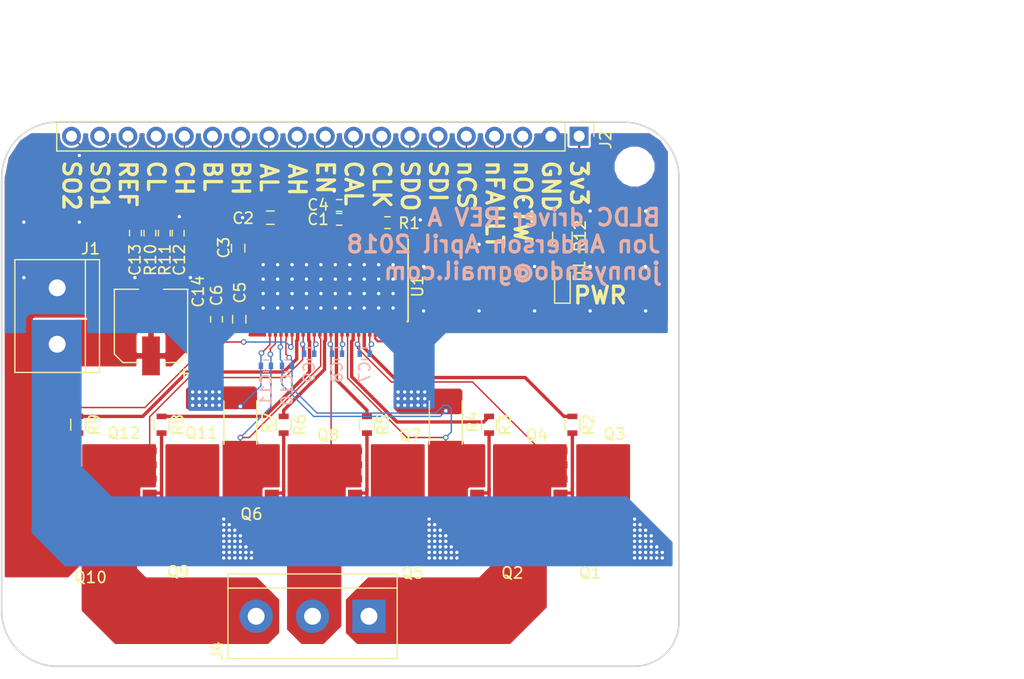
<source format=kicad_pcb>
(kicad_pcb (version 4) (host pcbnew 4.0.7)
  (layers (0 F.Cu signal) (31 B.Cu signal) (34 B.Paste user) (35 F.Paste user) (36 B.SilkS user) (37 F.SilkS user) (38 B.Mask user) (39 F.Mask user) (44 Edge.Cuts user))
  (net 0 "")
  (net 1 "Net-(R1-Pad2)")
  (net 2 GND)
  (net 3 "Net-(C1-Pad2)")
  (net 4 "Net-(C1-Pad1)")
  (net 5 "Net-(C2-Pad1)")
  (net 6 "Net-(C3-Pad1)")
  (net 7 "Net-(C4-Pad1)")
  (net 8 VBUS)
  (net 9 "Net-(C7-Pad2)")
  (net 10 /SH_A)
  (net 11 "Net-(C8-Pad2)")
  (net 12 /SH_B)
  (net 13 "Net-(C9-Pad2)")
  (net 14 /SH_C)
  (net 15 /SL_A)
  (net 16 /SL_B)
  (net 17 /SO1)
  (net 18 /SO2)
  (net 19 +3V3)
  (net 20 /AH)
  (net 21 /AL)
  (net 22 /BH)
  (net 23 /BL)
  (net 24 /CH)
  (net 25 /CL)
  (net 26 /nOCTW)
  (net 27 /nFAULT)
  (net 28 /DC_CAL)
  (net 29 /EN_GATE)
  (net 30 /REF)
  (net 31 /nCS)
  (net 32 /SDI)
  (net 33 /SDO)
  (net 34 /SCLK)
  (net 35 /GH_A)
  (net 36 /GL_A)
  (net 37 /GH_B)
  (net 38 /GL_B)
  (net 39 /GH_C)
  (net 40 /GL_C)
  (net 41 "Net-(R10-Pad2)")
  (net 42 "Net-(R11-Pad2)")
  (net 43 "Net-(Q1-Pad1)")
  (net 44 "Net-(Q2-Pad1)")
  (net 45 "Net-(Q5-Pad1)")
  (net 46 "Net-(Q6-Pad1)")
  (net 47 "Net-(Q11-Pad1)")
  (net 48 "Net-(Q10-Pad1)")
  (net 49 "Net-(D1-Pad2)")
  (module Mounting_Holes:MountingHole_3.2mm_M3 (layer F.Cu) (at 212 99)
    (fp_text reference REF** hide)
    (fp_text value MountingHole_3.2mm_M3)
    (pad 1 np_thru_hole circle (at 0 0) (size 3.2 3.2) (drill 3.2) (layers *.Cu *.Mask))
  )
  (module Mounting_Holes:MountingHole_3.2mm_M3 (layer F.Cu) (at 159 140)
    (fp_text reference REF** hide)
    (fp_text value MountingHole_3.2mm_M3)
    (pad 1 np_thru_hole circle (at 0 0) (size 3.2 3.2) (drill 3.2) (layers *.Cu *.Mask))
  )
  (module my_SMD:stitch_via0.2mm (layer F.Cu) (at 213 103)
    (fp_text reference REF** hide)
    (fp_text value stitch_via hide)
    (pad 1 thru_hole circle (at 0 0) (size 0.5 0.5) (drill 0.3) (layers *.Cu) (net 2 GND))
  )
  (module my_SMD:stitch_via0.2mm (layer F.Cu) (at 208 103)
    (fp_text reference REF** hide)
    (fp_text value stitch_via hide)
    (pad 1 thru_hole circle (at 0 0) (size 0.5 0.5) (drill 0.3) (layers *.Cu) (net 2 GND))
  )
  (module my_SMD:stitch_via0.2mm (layer F.Cu) (at 208 108)
    (fp_text reference REF** hide)
    (fp_text value stitch_via hide)
    (pad 1 thru_hole circle (at 0 0) (size 0.5 0.5) (drill 0.3) (layers *.Cu) (net 2 GND))
  )
  (module my_SMD:stitch_via0.2mm (layer F.Cu) (at 213 108)
    (fp_text reference REF** hide)
    (fp_text value stitch_via hide)
    (pad 1 thru_hole circle (at 0 0) (size 0.5 0.5) (drill 0.3) (layers *.Cu) (net 2 GND))
  )
  (module my_SMD:stitch_via0.2mm (layer F.Cu) (at 213 112)
    (fp_text reference REF** hide)
    (fp_text value stitch_via hide)
    (pad 1 thru_hole circle (at 0 0) (size 0.5 0.5) (drill 0.3) (layers *.Cu) (net 2 GND))
  )
  (module my_SMD:stitch_via0.2mm (layer F.Cu) (at 208 112)
    (fp_text reference REF** hide)
    (fp_text value stitch_via hide)
    (pad 1 thru_hole circle (at 0 0) (size 0.5 0.5) (drill 0.3) (layers *.Cu) (net 2 GND))
  )
  (module my_SMD:stitch_via0.2mm (layer F.Cu) (at 198 112)
    (fp_text reference REF** hide)
    (fp_text value stitch_via hide)
    (pad 1 thru_hole circle (at 0 0) (size 0.5 0.5) (drill 0.3) (layers *.Cu) (net 2 GND))
  )
  (module my_SMD:stitch_via0.2mm (layer F.Cu) (at 203 112)
    (fp_text reference REF** hide)
    (fp_text value stitch_via hide)
    (pad 1 thru_hole circle (at 0 0) (size 0.5 0.5) (drill 0.3) (layers *.Cu) (net 2 GND))
  )
  (module my_SMD:stitch_via0.2mm (layer F.Cu) (at 203 108)
    (fp_text reference REF** hide)
    (fp_text value stitch_via hide)
    (pad 1 thru_hole circle (at 0 0) (size 0.5 0.5) (drill 0.3) (layers *.Cu) (net 2 GND))
  )
  (module my_SMD:stitch_via0.2mm (layer F.Cu) (at 174.6 119.3)
    (fp_text reference REF** hide)
    (fp_text value stitch_via hide)
    (pad 1 thru_hole circle (at 0 0) (size 0.5 0.5) (drill 0.3) (layers *.Cu) (net 2 GND))
  )
  (module my_SMD:stitch_via0.2mm (layer F.Cu) (at 171 103.5)
    (fp_text reference REF** hide)
    (fp_text value stitch_via hide)
    (pad 1 thru_hole circle (at 0 0) (size 0.5 0.5) (drill 0.3) (layers *.Cu) (net 2 GND))
  )
  (module my_SMD:stitch_via0.2mm (layer F.Cu) (at 202 102)
    (fp_text reference REF** hide)
    (fp_text value stitch_via hide)
    (pad 1 thru_hole circle (at 0 0) (size 0.5 0.5) (drill 0.3) (layers *.Cu) (net 2 GND))
  )
  (module my_SMD:stitch_via0.2mm (layer F.Cu) (at 198 106)
    (fp_text reference REF** hide)
    (fp_text value stitch_via hide)
    (pad 1 thru_hole circle (at 0 0) (size 0.5 0.5) (drill 0.3) (layers *.Cu) (net 2 GND))
  )
  (module my_SMD:stitch_via0.2mm (layer F.Cu) (at 193 112)
    (fp_text reference REF** hide)
    (fp_text value stitch_via hide)
    (pad 1 thru_hole circle (at 0 0) (size 0.5 0.5) (drill 0.3) (layers *.Cu) (net 2 GND))
  )
  (module my_SMD:stitch_via0.2mm (layer F.Cu) (at 193 108)
    (fp_text reference REF** hide)
    (fp_text value stitch_via hide)
    (pad 1 thru_hole circle (at 0 0) (size 0.5 0.5) (drill 0.3) (layers *.Cu) (net 2 GND))
  )
  (module my_SMD:stitch_via0.2mm (layer F.Cu) (at 172 109)
    (fp_text reference REF** hide)
    (fp_text value stitch_via hide)
    (pad 1 thru_hole circle (at 0 0) (size 0.5 0.5) (drill 0.3) (layers *.Cu) (net 2 GND))
  )
  (module my_SMD:stitch_via0.2mm (layer F.Cu) (at 167 109)
    (fp_text reference REF** hide)
    (fp_text value stitch_via hide)
    (pad 1 thru_hole circle (at 0 0) (size 0.5 0.5) (drill 0.3) (layers *.Cu) (net 2 GND))
  )
  (module my_SMD:stitch_via0.2mm (layer F.Cu) (at 157 109)
    (fp_text reference REF** hide)
    (fp_text value stitch_via hide)
    (pad 1 thru_hole circle (at 0 0) (size 0.5 0.5) (drill 0.3) (layers *.Cu) (net 2 GND))
  )
  (module my_SMD:stitch_via0.2mm (layer F.Cu) (at 192.7 103.8)
    (fp_text reference REF** hide)
    (fp_text value stitch_via hide)
    (pad 1 thru_hole circle (at 0 0) (size 0.5 0.5) (drill 0.3) (layers *.Cu) (net 2 GND))
  )
  (module my_SMD:stitch_via0.2mm (layer F.Cu) (at 184.95 101.2)
    (fp_text reference REF** hide)
    (fp_text value stitch_via hide)
    (pad 1 thru_hole circle (at 0 0) (size 0.5 0.5) (drill 0.3) (layers *.Cu) (net 2 GND))
  )
  (module my_SMD:stitch_via0.2mm (layer F.Cu) (at 176.7 103.6)
    (fp_text reference REF** hide)
    (fp_text value stitch_via hide)
    (pad 1 thru_hole circle (at 0 0) (size 0.5 0.5) (drill 0.3) (layers *.Cu) (net 2 GND))
  )
  (module my_SMD:stitch_via0.2mm (layer F.Cu) (at 162 98)
    (fp_text reference REF** hide)
    (fp_text value stitch_via hide)
    (pad 1 thru_hole circle (at 0 0) (size 0.5 0.5) (drill 0.3) (layers *.Cu) (net 2 GND))
  )
  (module my_SMD:stitch_via0.2mm (layer F.Cu) (at 162 104)
    (fp_text reference REF** hide)
    (fp_text value stitch_via hide)
    (pad 1 thru_hole circle (at 0 0) (size 0.5 0.5) (drill 0.3) (layers *.Cu) (net 2 GND))
  )
  (module my_SMD:stitch_via0.2mm (layer F.Cu) (at 157 104)
    (fp_text reference REF** hide)
    (fp_text value stitch_via hide)
    (pad 1 thru_hole circle (at 0 0) (size 0.5 0.5) (drill 0.3) (layers *.Cu) (net 2 GND))
  )
  (module my_SMD:stitch_via0.2mm (layer F.Cu) (at 191.9 119.9)
    (fp_text reference REF** hide)
    (fp_text value stitch_via hide)
    (pad 1 thru_hole circle (at 0 0) (size 0.5 0.5) (drill 0.3) (layers *.Cu) (net 2 GND))
  )
  (module my_SMD:stitch_via0.2mm (layer F.Cu) (at 193.1 119.3)
    (fp_text reference REF** hide)
    (fp_text value stitch_via hide)
    (pad 1 thru_hole circle (at 0 0) (size 0.5 0.5) (drill 0.3) (layers *.Cu) (net 2 GND))
  )
  (module my_SMD:stitch_via0.2mm (layer F.Cu) (at 191.9 119.3)
    (fp_text reference REF** hide)
    (fp_text value stitch_via hide)
    (pad 1 thru_hole circle (at 0 0) (size 0.5 0.5) (drill 0.3) (layers *.Cu) (net 2 GND))
  )
  (module my_SMD:stitch_via0.2mm (layer F.Cu) (at 192.5 119.3)
    (fp_text reference REF** hide)
    (fp_text value stitch_via hide)
    (pad 1 thru_hole circle (at 0 0) (size 0.5 0.5) (drill 0.3) (layers *.Cu) (net 2 GND))
  )
  (module my_SMD:stitch_via0.2mm (layer F.Cu) (at 193.1 120.5)
    (fp_text reference REF** hide)
    (fp_text value stitch_via hide)
    (pad 1 thru_hole circle (at 0 0) (size 0.5 0.5) (drill 0.3) (layers *.Cu) (net 2 GND))
  )
  (module my_SMD:stitch_via0.2mm (layer F.Cu) (at 191.9 120.5)
    (fp_text reference REF** hide)
    (fp_text value stitch_via hide)
    (pad 1 thru_hole circle (at 0 0) (size 0.5 0.5) (drill 0.3) (layers *.Cu) (net 2 GND))
  )
  (module my_SMD:stitch_via0.2mm (layer F.Cu) (at 193.1 119.9)
    (fp_text reference REF** hide)
    (fp_text value stitch_via hide)
    (pad 1 thru_hole circle (at 0 0) (size 0.5 0.5) (drill 0.3) (layers *.Cu) (net 2 GND))
  )
  (module my_SMD:stitch_via0.2mm (layer F.Cu) (at 192.5 119.9)
    (fp_text reference REF** hide)
    (fp_text value stitch_via hide)
    (pad 1 thru_hole circle (at 0 0) (size 0.5 0.5) (drill 0.3) (layers *.Cu) (net 2 GND))
  )
  (module my_SMD:stitch_via0.2mm (layer F.Cu) (at 192.5 120.5)
    (fp_text reference REF** hide)
    (fp_text value stitch_via hide)
    (pad 1 thru_hole circle (at 0 0) (size 0.5 0.5) (drill 0.3) (layers *.Cu) (net 2 GND))
  )
  (module my_SMD:stitch_via0.2mm (layer F.Cu) (at 191.3 120.5)
    (fp_text reference REF** hide)
    (fp_text value stitch_via hide)
    (pad 1 thru_hole circle (at 0 0) (size 0.5 0.5) (drill 0.3) (layers *.Cu) (net 2 GND))
  )
  (module my_SMD:stitch_via0.2mm (layer F.Cu) (at 191.3 119.9)
    (fp_text reference REF** hide)
    (fp_text value stitch_via hide)
    (pad 1 thru_hole circle (at 0 0) (size 0.5 0.5) (drill 0.3) (layers *.Cu) (net 2 GND))
  )
  (module my_SMD:stitch_via0.2mm (layer F.Cu) (at 190.7 119.3)
    (fp_text reference REF** hide)
    (fp_text value stitch_via hide)
    (pad 1 thru_hole circle (at 0 0) (size 0.5 0.5) (drill 0.3) (layers *.Cu) (net 2 GND))
  )
  (module my_SMD:stitch_via0.2mm (layer F.Cu) (at 191.3 119.3)
    (fp_text reference REF** hide)
    (fp_text value stitch_via hide)
    (pad 1 thru_hole circle (at 0 0) (size 0.5 0.5) (drill 0.3) (layers *.Cu) (net 2 GND))
  )
  (module my_SMD:stitch_via0.2mm (layer F.Cu) (at 190.7 119.9)
    (fp_text reference REF** hide)
    (fp_text value stitch_via hide)
    (pad 1 thru_hole circle (at 0 0) (size 0.5 0.5) (drill 0.3) (layers *.Cu) (net 2 GND))
  )
  (module my_SMD:stitch_via0.2mm (layer F.Cu) (at 190.7 120.5)
    (fp_text reference REF** hide)
    (fp_text value stitch_via hide)
    (pad 1 thru_hole circle (at 0 0) (size 0.5 0.5) (drill 0.3) (layers *.Cu) (net 2 GND))
  )
  (module my_SMD:stitch_via0.2mm (layer F.Cu) (at 174.6 120.5)
    (fp_text reference REF** hide)
    (fp_text value stitch_via hide)
    (pad 1 thru_hole circle (at 0 0) (size 0.5 0.5) (drill 0.3) (layers *.Cu) (net 2 GND))
  )
  (module my_SMD:stitch_via0.2mm (layer F.Cu) (at 174 120.5)
    (fp_text reference REF** hide)
    (fp_text value stitch_via hide)
    (pad 1 thru_hole circle (at 0 0) (size 0.5 0.5) (drill 0.3) (layers *.Cu) (net 2 GND))
  )
  (module my_SMD:stitch_via0.2mm (layer F.Cu) (at 173.4 120.5)
    (fp_text reference REF** hide)
    (fp_text value stitch_via hide)
    (pad 1 thru_hole circle (at 0 0) (size 0.5 0.5) (drill 0.3) (layers *.Cu) (net 2 GND))
  )
  (module my_SMD:stitch_via0.2mm (layer F.Cu) (at 172.8 120.5)
    (fp_text reference REF** hide)
    (fp_text value stitch_via hide)
    (pad 1 thru_hole circle (at 0 0) (size 0.5 0.5) (drill 0.3) (layers *.Cu) (net 2 GND))
  )
  (module my_SMD:stitch_via0.2mm (layer F.Cu) (at 172.2 120.5)
    (fp_text reference REF** hide)
    (fp_text value stitch_via hide)
    (pad 1 thru_hole circle (at 0 0) (size 0.5 0.5) (drill 0.3) (layers *.Cu) (net 2 GND))
  )
  (module my_SMD:stitch_via0.2mm (layer F.Cu) (at 174.6 119.9)
    (fp_text reference REF** hide)
    (fp_text value stitch_via hide)
    (pad 1 thru_hole circle (at 0 0) (size 0.5 0.5) (drill 0.3) (layers *.Cu) (net 2 GND))
  )
  (module my_SMD:stitch_via0.2mm (layer F.Cu) (at 174 119.9)
    (fp_text reference REF** hide)
    (fp_text value stitch_via hide)
    (pad 1 thru_hole circle (at 0 0) (size 0.5 0.5) (drill 0.3) (layers *.Cu) (net 2 GND))
  )
  (module my_SMD:stitch_via0.2mm (layer F.Cu) (at 173.4 119.9)
    (fp_text reference REF** hide)
    (fp_text value stitch_via hide)
    (pad 1 thru_hole circle (at 0 0) (size 0.5 0.5) (drill 0.3) (layers *.Cu) (net 2 GND))
  )
  (module my_SMD:stitch_via0.2mm (layer F.Cu) (at 172.8 119.9)
    (fp_text reference REF** hide)
    (fp_text value stitch_via hide)
    (pad 1 thru_hole circle (at 0 0) (size 0.5 0.5) (drill 0.3) (layers *.Cu) (net 2 GND))
  )
  (module my_SMD:stitch_via0.2mm (layer F.Cu) (at 172.2 119.9)
    (fp_text reference REF** hide)
    (fp_text value stitch_via hide)
    (pad 1 thru_hole circle (at 0 0) (size 0.5 0.5) (drill 0.3) (layers *.Cu) (net 2 GND))
  )
  (module my_SMD:stitch_via0.2mm (layer F.Cu) (at 174 119.3)
    (fp_text reference REF** hide)
    (fp_text value stitch_via hide)
    (pad 1 thru_hole circle (at 0 0) (size 0.5 0.5) (drill 0.3) (layers *.Cu) (net 2 GND))
  )
  (module my_SMD:stitch_via0.2mm (layer F.Cu) (at 173.4 119.3)
    (fp_text reference REF** hide)
    (fp_text value stitch_via hide)
    (pad 1 thru_hole circle (at 0 0) (size 0.5 0.5) (drill 0.3) (layers *.Cu) (net 2 GND))
  )
  (module my_SMD:stitch_via0.2mm (layer F.Cu) (at 172.8 119.3)
    (fp_text reference REF** hide)
    (fp_text value stitch_via hide)
    (pad 1 thru_hole circle (at 0 0) (size 0.5 0.5) (drill 0.3) (layers *.Cu) (net 2 GND))
  )
  (module my_SMD:stitch_via0.2mm (layer F.Cu) (at 172.2 119.3)
    (fp_text reference REF** hide)
    (fp_text value stitch_via hide)
    (pad 1 thru_hole circle (at 0 0) (size 0.5 0.5) (drill 0.3) (layers *.Cu) (net 2 GND))
  )
  (module Resistors_SMD:R_2010 (layer F.Cu) (at 195 122.05 90)
    (fp_text reference R4 (at 0.05 2.4 90) (layer F.SilkS))
    (fp_text value 0.01R)
    (pad 1 smd rect (at -2.45 0 90) (size 1 2.5) (layers F.Cu F.Paste F.Mask) (net 15 /SL_A))
    (pad 2 smd rect (at 2.45 0 90) (size 1 2.5) (layers F.Cu F.Paste F.Mask) (net 2 GND))
  )
  (module Resistors_SMD:R_2010 (layer F.Cu) (at 176.5 122.05 90)
    (fp_text reference R7 (at 0 2.5 90) (layer F.SilkS))
    (fp_text value 0.01R)
    (pad 1 smd rect (at -2.45 0 90) (size 1 2.5) (layers F.Cu F.Paste F.Mask) (net 16 /SL_B))
    (pad 2 smd rect (at 2.45 0 90) (size 1 2.5) (layers F.Cu F.Paste F.Mask) (net 2 GND))
  )
  (module Connectors_Terminal_Blocks:TerminalBlock_bornier-3_P5.08mm (layer F.Cu) (at 188.08 139.5 180)
    (fp_text reference J4 (at 13.68 -3.1 270) (layer F.SilkS))
    (fp_text value Screw_Terminal_01x03)
    (pad 1 thru_hole rect (at 0 0 180) (size 3 3) (drill 1.52) (layers *.Cu *.Mask) (net 10 /SH_A))
    (pad 2 thru_hole circle (at 5.08 0 180) (size 3 3) (drill 1.52) (layers *.Cu *.Mask) (net 12 /SH_B))
    (pad 3 thru_hole circle (at 10.16 0 180) (size 3 3) (drill 1.52) (layers *.Cu *.Mask) (net 14 /SH_C))
  )
  (module Connectors_Terminal_Blocks:TerminalBlock_bornier-2_P5.08mm (layer F.Cu) (at 160 115 90)
    (fp_text reference J1 (at 8.6 3 180) (layer F.SilkS))
    (fp_text value Power_in)
    (pad 1 thru_hole rect (at 0 0 90) (size 3 3) (drill 1.52) (layers *.Cu *.Mask) (net 8 VBUS))
    (pad 2 thru_hole circle (at 5.08 0 90) (size 3 3) (drill 1.52) (layers *.Cu *.Mask) (net 2 GND))
  )
  (module my_SMD:PQFN8_5x6 (layer F.Cu) (at 200.5 132 270)
    (fp_text reference Q2 (at 3.6 -0.5 360) (layer F.SilkS))
    (fp_text value N_MOSFET hide)
    (pad 2 smd rect (at 1.905 -2.67 270) (size 0.61 1.27) (layers F.Cu F.Paste F.Mask) (net 10 /SH_A))
    (pad 2 smd rect (at 0.635 -2.67 270) (size 0.61 1.27) (layers F.Cu F.Paste F.Mask) (net 10 /SH_A))
    (pad 2 smd rect (at -0.635 -2.67 270) (size 0.61 1.27) (layers F.Cu F.Paste F.Mask) (net 10 /SH_A))
    (pad 3 smd rect (at -1.905 2.67 270) (size 0.61 1.27) (layers F.Cu F.Paste F.Mask) (net 15 /SL_A))
    (pad 3 smd rect (at -0.635 2.67 270) (size 0.61 1.27) (layers F.Cu F.Paste F.Mask) (net 15 /SL_A))
    (pad 3 smd rect (at 0.635 2.67 270) (size 0.61 1.27) (layers F.Cu F.Paste F.Mask) (net 15 /SL_A))
    (pad 1 smd rect (at 1.905 2.67 270) (size 0.61 1.27) (layers F.Cu F.Paste F.Mask) (net 44 "Net-(Q2-Pad1)"))
    (pad 2 smd rect (at -1.905 -2.67 270) (size 0.61 1.27) (layers F.Cu F.Paste F.Mask) (net 10 /SH_A))
    (pad 2 smd rect (at 0 -0.66 270) (size 3.91 3.75) (layers F.Cu F.Paste F.Mask) (net 10 /SH_A))
  )
  (module my_SMD:PQFN8_5x6 (layer F.Cu) (at 208 126.5 270)
    (fp_text reference Q3 (at -3.4 -2.2 360) (layer F.SilkS))
    (fp_text value N_MOSFET hide)
    (pad 2 smd rect (at 1.905 -2.67 270) (size 0.61 1.27) (layers F.Cu F.Paste F.Mask) (net 8 VBUS))
    (pad 2 smd rect (at 0.635 -2.67 270) (size 0.61 1.27) (layers F.Cu F.Paste F.Mask) (net 8 VBUS))
    (pad 2 smd rect (at -0.635 -2.67 270) (size 0.61 1.27) (layers F.Cu F.Paste F.Mask) (net 8 VBUS))
    (pad 3 smd rect (at -1.905 2.67 270) (size 0.61 1.27) (layers F.Cu F.Paste F.Mask) (net 10 /SH_A))
    (pad 3 smd rect (at -0.635 2.67 270) (size 0.61 1.27) (layers F.Cu F.Paste F.Mask) (net 10 /SH_A))
    (pad 3 smd rect (at 0.635 2.67 270) (size 0.61 1.27) (layers F.Cu F.Paste F.Mask) (net 10 /SH_A))
    (pad 1 smd rect (at 1.905 2.67 270) (size 0.61 1.27) (layers F.Cu F.Paste F.Mask) (net 43 "Net-(Q1-Pad1)"))
    (pad 2 smd rect (at -1.905 -2.67 270) (size 0.61 1.27) (layers F.Cu F.Paste F.Mask) (net 8 VBUS))
    (pad 2 smd rect (at 0 -0.66 270) (size 3.91 3.75) (layers F.Cu F.Paste F.Mask) (net 8 VBUS))
  )
  (module my_SMD:PQFN8_5x6 (layer F.Cu) (at 200.5 126.5 270)
    (fp_text reference Q4 (at -3.3 -2.7 360) (layer F.SilkS))
    (fp_text value N_MOSFET hide)
    (pad 2 smd rect (at 1.905 -2.67 270) (size 0.61 1.27) (layers F.Cu F.Paste F.Mask) (net 10 /SH_A))
    (pad 2 smd rect (at 0.635 -2.67 270) (size 0.61 1.27) (layers F.Cu F.Paste F.Mask) (net 10 /SH_A))
    (pad 2 smd rect (at -0.635 -2.67 270) (size 0.61 1.27) (layers F.Cu F.Paste F.Mask) (net 10 /SH_A))
    (pad 3 smd rect (at -1.905 2.67 270) (size 0.61 1.27) (layers F.Cu F.Paste F.Mask) (net 15 /SL_A))
    (pad 3 smd rect (at -0.635 2.67 270) (size 0.61 1.27) (layers F.Cu F.Paste F.Mask) (net 15 /SL_A))
    (pad 3 smd rect (at 0.635 2.67 270) (size 0.61 1.27) (layers F.Cu F.Paste F.Mask) (net 15 /SL_A))
    (pad 1 smd rect (at 1.905 2.67 270) (size 0.61 1.27) (layers F.Cu F.Paste F.Mask) (net 44 "Net-(Q2-Pad1)"))
    (pad 2 smd rect (at -1.905 -2.67 270) (size 0.61 1.27) (layers F.Cu F.Paste F.Mask) (net 10 /SH_A))
    (pad 2 smd rect (at 0 -0.66 270) (size 3.91 3.75) (layers F.Cu F.Paste F.Mask) (net 10 /SH_A))
  )
  (module my_SMD:PQFN8_5x6 (layer F.Cu) (at 189.5 132 270)
    (fp_text reference Q5 (at 3.6 -2.5 360) (layer F.SilkS))
    (fp_text value N_MOSFET hide)
    (pad 2 smd rect (at 1.905 -2.67 270) (size 0.61 1.27) (layers F.Cu F.Paste F.Mask) (net 8 VBUS))
    (pad 2 smd rect (at 0.635 -2.67 270) (size 0.61 1.27) (layers F.Cu F.Paste F.Mask) (net 8 VBUS))
    (pad 2 smd rect (at -0.635 -2.67 270) (size 0.61 1.27) (layers F.Cu F.Paste F.Mask) (net 8 VBUS))
    (pad 3 smd rect (at -1.905 2.67 270) (size 0.61 1.27) (layers F.Cu F.Paste F.Mask) (net 12 /SH_B))
    (pad 3 smd rect (at -0.635 2.67 270) (size 0.61 1.27) (layers F.Cu F.Paste F.Mask) (net 12 /SH_B))
    (pad 3 smd rect (at 0.635 2.67 270) (size 0.61 1.27) (layers F.Cu F.Paste F.Mask) (net 12 /SH_B))
    (pad 1 smd rect (at 1.905 2.67 270) (size 0.61 1.27) (layers F.Cu F.Paste F.Mask) (net 45 "Net-(Q5-Pad1)"))
    (pad 2 smd rect (at -1.905 -2.67 270) (size 0.61 1.27) (layers F.Cu F.Paste F.Mask) (net 8 VBUS))
    (pad 2 smd rect (at 0 -0.66 270) (size 3.91 3.75) (layers F.Cu F.Paste F.Mask) (net 8 VBUS))
  )
  (module my_SMD:PQFN8_5x6 (layer F.Cu) (at 182 132 270)
    (fp_text reference Q6 (at -1.7 4.5 360) (layer F.SilkS))
    (fp_text value N_MOSFET hide)
    (pad 2 smd rect (at 1.905 -2.67 270) (size 0.61 1.27) (layers F.Cu F.Paste F.Mask) (net 12 /SH_B))
    (pad 2 smd rect (at 0.635 -2.67 270) (size 0.61 1.27) (layers F.Cu F.Paste F.Mask) (net 12 /SH_B))
    (pad 2 smd rect (at -0.635 -2.67 270) (size 0.61 1.27) (layers F.Cu F.Paste F.Mask) (net 12 /SH_B))
    (pad 3 smd rect (at -1.905 2.67 270) (size 0.61 1.27) (layers F.Cu F.Paste F.Mask) (net 16 /SL_B))
    (pad 3 smd rect (at -0.635 2.67 270) (size 0.61 1.27) (layers F.Cu F.Paste F.Mask) (net 16 /SL_B))
    (pad 3 smd rect (at 0.635 2.67 270) (size 0.61 1.27) (layers F.Cu F.Paste F.Mask) (net 16 /SL_B))
    (pad 1 smd rect (at 1.905 2.67 270) (size 0.61 1.27) (layers F.Cu F.Paste F.Mask) (net 46 "Net-(Q6-Pad1)"))
    (pad 2 smd rect (at -1.905 -2.67 270) (size 0.61 1.27) (layers F.Cu F.Paste F.Mask) (net 12 /SH_B))
    (pad 2 smd rect (at 0 -0.66 270) (size 3.91 3.75) (layers F.Cu F.Paste F.Mask) (net 12 /SH_B))
  )
  (module my_SMD:PQFN8_5x6 (layer F.Cu) (at 189.5 126.5 270)
    (fp_text reference Q7 (at -3.3 -2.3 360) (layer F.SilkS))
    (fp_text value N_MOSFET hide)
    (pad 2 smd rect (at 1.905 -2.67 270) (size 0.61 1.27) (layers F.Cu F.Paste F.Mask) (net 8 VBUS))
    (pad 2 smd rect (at 0.635 -2.67 270) (size 0.61 1.27) (layers F.Cu F.Paste F.Mask) (net 8 VBUS))
    (pad 2 smd rect (at -0.635 -2.67 270) (size 0.61 1.27) (layers F.Cu F.Paste F.Mask) (net 8 VBUS))
    (pad 3 smd rect (at -1.905 2.67 270) (size 0.61 1.27) (layers F.Cu F.Paste F.Mask) (net 12 /SH_B))
    (pad 3 smd rect (at -0.635 2.67 270) (size 0.61 1.27) (layers F.Cu F.Paste F.Mask) (net 12 /SH_B))
    (pad 3 smd rect (at 0.635 2.67 270) (size 0.61 1.27) (layers F.Cu F.Paste F.Mask) (net 12 /SH_B))
    (pad 1 smd rect (at 1.905 2.67 270) (size 0.61 1.27) (layers F.Cu F.Paste F.Mask) (net 45 "Net-(Q5-Pad1)"))
    (pad 2 smd rect (at -1.905 -2.67 270) (size 0.61 1.27) (layers F.Cu F.Paste F.Mask) (net 8 VBUS))
    (pad 2 smd rect (at 0 -0.66 270) (size 3.91 3.75) (layers F.Cu F.Paste F.Mask) (net 8 VBUS))
  )
  (module my_SMD:PQFN8_5x6 (layer F.Cu) (at 182 126.5 270)
    (fp_text reference Q8 (at -3.3 -2.4 360) (layer F.SilkS))
    (fp_text value N_MOSFET hide)
    (pad 2 smd rect (at 1.905 -2.67 270) (size 0.61 1.27) (layers F.Cu F.Paste F.Mask) (net 12 /SH_B))
    (pad 2 smd rect (at 0.635 -2.67 270) (size 0.61 1.27) (layers F.Cu F.Paste F.Mask) (net 12 /SH_B))
    (pad 2 smd rect (at -0.635 -2.67 270) (size 0.61 1.27) (layers F.Cu F.Paste F.Mask) (net 12 /SH_B))
    (pad 3 smd rect (at -1.905 2.67 270) (size 0.61 1.27) (layers F.Cu F.Paste F.Mask) (net 16 /SL_B))
    (pad 3 smd rect (at -0.635 2.67 270) (size 0.61 1.27) (layers F.Cu F.Paste F.Mask) (net 16 /SL_B))
    (pad 3 smd rect (at 0.635 2.67 270) (size 0.61 1.27) (layers F.Cu F.Paste F.Mask) (net 16 /SL_B))
    (pad 1 smd rect (at 1.905 2.67 270) (size 0.61 1.27) (layers F.Cu F.Paste F.Mask) (net 46 "Net-(Q6-Pad1)"))
    (pad 2 smd rect (at -1.905 -2.67 270) (size 0.61 1.27) (layers F.Cu F.Paste F.Mask) (net 12 /SH_B))
    (pad 2 smd rect (at 0 -0.66 270) (size 3.91 3.75) (layers F.Cu F.Paste F.Mask) (net 12 /SH_B))
  )
  (module my_SMD:PQFN8_5x6 (layer F.Cu) (at 171 132 270)
    (fp_text reference Q9 (at 3.5 0.1 360) (layer F.SilkS))
    (fp_text value N_MOSFET hide)
    (pad 2 smd rect (at 1.905 -2.67 270) (size 0.61 1.27) (layers F.Cu F.Paste F.Mask) (net 8 VBUS))
    (pad 2 smd rect (at 0.635 -2.67 270) (size 0.61 1.27) (layers F.Cu F.Paste F.Mask) (net 8 VBUS))
    (pad 2 smd rect (at -0.635 -2.67 270) (size 0.61 1.27) (layers F.Cu F.Paste F.Mask) (net 8 VBUS))
    (pad 3 smd rect (at -1.905 2.67 270) (size 0.61 1.27) (layers F.Cu F.Paste F.Mask) (net 14 /SH_C))
    (pad 3 smd rect (at -0.635 2.67 270) (size 0.61 1.27) (layers F.Cu F.Paste F.Mask) (net 14 /SH_C))
    (pad 3 smd rect (at 0.635 2.67 270) (size 0.61 1.27) (layers F.Cu F.Paste F.Mask) (net 14 /SH_C))
    (pad 1 smd rect (at 1.905 2.67 270) (size 0.61 1.27) (layers F.Cu F.Paste F.Mask) (net 47 "Net-(Q11-Pad1)"))
    (pad 2 smd rect (at -1.905 -2.67 270) (size 0.61 1.27) (layers F.Cu F.Paste F.Mask) (net 8 VBUS))
    (pad 2 smd rect (at 0 -0.66 270) (size 3.91 3.75) (layers F.Cu F.Paste F.Mask) (net 8 VBUS))
  )
  (module my_SMD:PQFN8_5x6 (layer F.Cu) (at 163.5 132 270)
    (fp_text reference Q10 (at 4 0.5 360) (layer F.SilkS))
    (fp_text value N_MOSFET hide)
    (pad 2 smd rect (at 1.905 -2.67 270) (size 0.61 1.27) (layers F.Cu F.Paste F.Mask) (net 14 /SH_C))
    (pad 2 smd rect (at 0.635 -2.67 270) (size 0.61 1.27) (layers F.Cu F.Paste F.Mask) (net 14 /SH_C))
    (pad 2 smd rect (at -0.635 -2.67 270) (size 0.61 1.27) (layers F.Cu F.Paste F.Mask) (net 14 /SH_C))
    (pad 3 smd rect (at -1.905 2.67 270) (size 0.61 1.27) (layers F.Cu F.Paste F.Mask) (net 2 GND))
    (pad 3 smd rect (at -0.635 2.67 270) (size 0.61 1.27) (layers F.Cu F.Paste F.Mask) (net 2 GND))
    (pad 3 smd rect (at 0.635 2.67 270) (size 0.61 1.27) (layers F.Cu F.Paste F.Mask) (net 2 GND))
    (pad 1 smd rect (at 1.905 2.67 270) (size 0.61 1.27) (layers F.Cu F.Paste F.Mask) (net 48 "Net-(Q10-Pad1)"))
    (pad 2 smd rect (at -1.905 -2.67 270) (size 0.61 1.27) (layers F.Cu F.Paste F.Mask) (net 14 /SH_C))
    (pad 2 smd rect (at 0 -0.66 270) (size 3.91 3.75) (layers F.Cu F.Paste F.Mask) (net 14 /SH_C))
  )
  (module my_SMD:PQFN8_5x6 (layer F.Cu) (at 171 126.5 270)
    (fp_text reference Q11 (at -3.5 -2 360) (layer F.SilkS))
    (fp_text value N_MOSFET hide)
    (pad 2 smd rect (at 1.905 -2.67 270) (size 0.61 1.27) (layers F.Cu F.Paste F.Mask) (net 8 VBUS))
    (pad 2 smd rect (at 0.635 -2.67 270) (size 0.61 1.27) (layers F.Cu F.Paste F.Mask) (net 8 VBUS))
    (pad 2 smd rect (at -0.635 -2.67 270) (size 0.61 1.27) (layers F.Cu F.Paste F.Mask) (net 8 VBUS))
    (pad 3 smd rect (at -1.905 2.67 270) (size 0.61 1.27) (layers F.Cu F.Paste F.Mask) (net 14 /SH_C))
    (pad 3 smd rect (at -0.635 2.67 270) (size 0.61 1.27) (layers F.Cu F.Paste F.Mask) (net 14 /SH_C))
    (pad 3 smd rect (at 0.635 2.67 270) (size 0.61 1.27) (layers F.Cu F.Paste F.Mask) (net 14 /SH_C))
    (pad 1 smd rect (at 1.905 2.67 270) (size 0.61 1.27) (layers F.Cu F.Paste F.Mask) (net 47 "Net-(Q11-Pad1)"))
    (pad 2 smd rect (at -1.905 -2.67 270) (size 0.61 1.27) (layers F.Cu F.Paste F.Mask) (net 8 VBUS))
    (pad 2 smd rect (at 0 -0.66 270) (size 3.91 3.75) (layers F.Cu F.Paste F.Mask) (net 8 VBUS))
  )
  (module my_SMD:PQFN8_5x6 (layer F.Cu) (at 163.5 126.5 270)
    (fp_text reference Q12 (at -3.5 -2.5 360) (layer F.SilkS))
    (fp_text value N_MOSFET hide)
    (pad 2 smd rect (at 1.905 -2.67 270) (size 0.61 1.27) (layers F.Cu F.Paste F.Mask) (net 14 /SH_C))
    (pad 2 smd rect (at 0.635 -2.67 270) (size 0.61 1.27) (layers F.Cu F.Paste F.Mask) (net 14 /SH_C))
    (pad 2 smd rect (at -0.635 -2.67 270) (size 0.61 1.27) (layers F.Cu F.Paste F.Mask) (net 14 /SH_C))
    (pad 3 smd rect (at -1.905 2.67 270) (size 0.61 1.27) (layers F.Cu F.Paste F.Mask) (net 2 GND))
    (pad 3 smd rect (at -0.635 2.67 270) (size 0.61 1.27) (layers F.Cu F.Paste F.Mask) (net 2 GND))
    (pad 3 smd rect (at 0.635 2.67 270) (size 0.61 1.27) (layers F.Cu F.Paste F.Mask) (net 2 GND))
    (pad 1 smd rect (at 1.905 2.67 270) (size 0.61 1.27) (layers F.Cu F.Paste F.Mask) (net 48 "Net-(Q10-Pad1)"))
    (pad 2 smd rect (at -1.905 -2.67 270) (size 0.61 1.27) (layers F.Cu F.Paste F.Mask) (net 14 /SH_C))
    (pad 2 smd rect (at 0 -0.66 270) (size 3.91 3.75) (layers F.Cu F.Paste F.Mask) (net 14 /SH_C))
  )
  (module my_SMD:PQFN8_5x6 (layer F.Cu) (at 208 132 270)
    (fp_text reference Q1 (at 3.6 0 360) (layer F.SilkS))
    (fp_text value N_MOSFET hide)
    (pad 2 smd rect (at 1.905 -2.67 270) (size 0.61 1.27) (layers F.Cu F.Paste F.Mask) (net 8 VBUS))
    (pad 2 smd rect (at 0.635 -2.67 270) (size 0.61 1.27) (layers F.Cu F.Paste F.Mask) (net 8 VBUS))
    (pad 2 smd rect (at -0.635 -2.67 270) (size 0.61 1.27) (layers F.Cu F.Paste F.Mask) (net 8 VBUS))
    (pad 3 smd rect (at -1.905 2.67 270) (size 0.61 1.27) (layers F.Cu F.Paste F.Mask) (net 10 /SH_A))
    (pad 3 smd rect (at -0.635 2.67 270) (size 0.61 1.27) (layers F.Cu F.Paste F.Mask) (net 10 /SH_A))
    (pad 3 smd rect (at 0.635 2.67 270) (size 0.61 1.27) (layers F.Cu F.Paste F.Mask) (net 10 /SH_A))
    (pad 1 smd rect (at 1.905 2.67 270) (size 0.61 1.27) (layers F.Cu F.Paste F.Mask) (net 43 "Net-(Q1-Pad1)"))
    (pad 2 smd rect (at -1.905 -2.67 270) (size 0.61 1.27) (layers F.Cu F.Paste F.Mask) (net 8 VBUS))
    (pad 2 smd rect (at 0 -0.66 270) (size 3.91 3.75) (layers F.Cu F.Paste F.Mask) (net 8 VBUS))
  )
  (module Resistors_SMD:R_0402 (layer F.Cu) (at 170.9 104.992 90)
    (fp_text reference C12 (at -2.408 0.1 90) (layer F.SilkS))
    (fp_text value C)
    (pad 1 smd rect (at -0.45 0 90) (size 0.4 0.6) (layers F.Cu F.Paste F.Mask) (net 2 GND))
    (pad 2 smd rect (at 0.45 0 90) (size 0.4 0.6) (layers F.Cu F.Paste F.Mask) (net 17 /SO1))
  )
  (module Resistors_SMD:R_0402 (layer F.Cu) (at 167.048 104.992 90)
    (fp_text reference C13 (at -2.408 -0.048 90) (layer F.SilkS))
    (fp_text value C)
    (pad 1 smd rect (at -0.45 0 90) (size 0.4 0.6) (layers F.Cu F.Paste F.Mask) (net 2 GND))
    (pad 2 smd rect (at 0.45 0 90) (size 0.4 0.6) (layers F.Cu F.Paste F.Mask) (net 18 /SO2))
  )
  (module Resistors_SMD:R_0402 (layer F.Cu) (at 168.348 104.992 270)
    (fp_text reference R10 (at 2.408 -0.052 270) (layer F.SilkS))
    (fp_text value 56R)
    (pad 1 smd rect (at -0.45 0 270) (size 0.4 0.6) (layers F.Cu F.Paste F.Mask) (net 18 /SO2))
    (pad 2 smd rect (at 0.45 0 270) (size 0.4 0.6) (layers F.Cu F.Paste F.Mask) (net 41 "Net-(R10-Pad2)"))
  )
  (module Resistors_SMD:R_0402 (layer F.Cu) (at 169.648 104.992 270)
    (fp_text reference R11 (at 2.408 -0.052 270) (layer F.SilkS))
    (fp_text value 56R)
    (pad 1 smd rect (at -0.45 0 270) (size 0.4 0.6) (layers F.Cu F.Paste F.Mask) (net 17 /SO1))
    (pad 2 smd rect (at 0.45 0 270) (size 0.4 0.6) (layers F.Cu F.Paste F.Mask) (net 42 "Net-(R11-Pad2)"))
  )
  (module Resistors_SMD:R_0603 (layer F.Cu) (at 206.4 122.25 270)
    (fp_text reference R2 (at 0 -1.45 270) (layer F.SilkS))
    (fp_text value 10R)
    (pad 1 smd rect (at -0.75 0 270) (size 0.5 0.9) (layers F.Cu F.Paste F.Mask) (net 35 /GH_A))
    (pad 2 smd rect (at 0.75 0 270) (size 0.5 0.9) (layers F.Cu F.Paste F.Mask) (net 43 "Net-(Q1-Pad1)"))
  )
  (module Resistors_SMD:R_0603 (layer F.Cu) (at 198.9 122.25 270)
    (fp_text reference R3 (at 0 -1.45 270) (layer F.SilkS))
    (fp_text value 10R)
    (pad 1 smd rect (at -0.75 0 270) (size 0.5 0.9) (layers F.Cu F.Paste F.Mask) (net 36 /GL_A))
    (pad 2 smd rect (at 0.75 0 270) (size 0.5 0.9) (layers F.Cu F.Paste F.Mask) (net 44 "Net-(Q2-Pad1)"))
  )
  (module Resistors_SMD:R_0603 (layer F.Cu) (at 187.9 122.25 270)
    (fp_text reference R5 (at 0 -1.45 270) (layer F.SilkS))
    (fp_text value 10R)
    (pad 1 smd rect (at -0.75 0 270) (size 0.5 0.9) (layers F.Cu F.Paste F.Mask) (net 37 /GH_B))
    (pad 2 smd rect (at 0.75 0 270) (size 0.5 0.9) (layers F.Cu F.Paste F.Mask) (net 45 "Net-(Q5-Pad1)"))
  )
  (module Resistors_SMD:R_0603 (layer F.Cu) (at 180.4 122.25 270)
    (fp_text reference R6 (at 0 -1.45 270) (layer F.SilkS))
    (fp_text value 10R)
    (pad 1 smd rect (at -0.75 0 270) (size 0.5 0.9) (layers F.Cu F.Paste F.Mask) (net 38 /GL_B))
    (pad 2 smd rect (at 0.75 0 270) (size 0.5 0.9) (layers F.Cu F.Paste F.Mask) (net 46 "Net-(Q6-Pad1)"))
  )
  (module Resistors_SMD:R_0603 (layer F.Cu) (at 169.4 122.25 270)
    (fp_text reference R8 (at 0 -1.45 270) (layer F.SilkS))
    (fp_text value 10R)
    (pad 1 smd rect (at -0.75 0 270) (size 0.5 0.9) (layers F.Cu F.Paste F.Mask) (net 39 /GH_C))
    (pad 2 smd rect (at 0.75 0 270) (size 0.5 0.9) (layers F.Cu F.Paste F.Mask) (net 47 "Net-(Q11-Pad1)"))
  )
  (module Resistors_SMD:R_0603 (layer F.Cu) (at 161.9 122.25 270)
    (fp_text reference R9 (at 0 -1.45 270) (layer F.SilkS))
    (fp_text value 10R)
    (pad 1 smd rect (at -0.75 0 270) (size 0.5 0.9) (layers F.Cu F.Paste F.Mask) (net 40 /GL_C))
    (pad 2 smd rect (at 0.75 0 270) (size 0.5 0.9) (layers F.Cu F.Paste F.Mask) (net 48 "Net-(Q10-Pad1)"))
  )
  (module my_SMD:stitch_via0.2mm (layer F.Cu) (at 175.5 131.75)
    (fp_text reference REF** hide)
    (fp_text value stitch_via hide)
    (pad 1 thru_hole circle (at 0 0) (size 0.5 0.5) (drill 0.3) (layers *.Cu) (net 8 VBUS))
  )
  (module my_SMD:stitch_via0.2mm (layer F.Cu) (at 175 131.25)
    (fp_text reference REF** hide)
    (fp_text value stitch_via hide)
    (pad 1 thru_hole circle (at 0 0) (size 0.5 0.5) (drill 0.3) (layers *.Cu) (net 8 VBUS))
  )
  (module my_SMD:stitch_via0.2mm (layer F.Cu) (at 175.5 131.25)
    (fp_text reference REF** hide)
    (fp_text value stitch_via hide)
    (pad 1 thru_hole circle (at 0 0) (size 0.5 0.5) (drill 0.3) (layers *.Cu) (net 8 VBUS))
  )
  (module my_SMD:stitch_via0.2mm (layer F.Cu) (at 175 130.75)
    (fp_text reference REF** hide)
    (fp_text value stitch_via hide)
    (pad 1 thru_hole circle (at 0 0) (size 0.5 0.5) (drill 0.3) (layers *.Cu) (net 8 VBUS))
  )
  (module my_SMD:stitch_via0.2mm (layer F.Cu) (at 175 131.75)
    (fp_text reference REF** hide)
    (fp_text value stitch_via hide)
    (pad 1 thru_hole circle (at 0 0) (size 0.5 0.5) (drill 0.3) (layers *.Cu) (net 8 VBUS))
  )
  (module my_SMD:stitch_via0.2mm (layer F.Cu) (at 175 132.25)
    (fp_text reference REF** hide)
    (fp_text value stitch_via hide)
    (pad 1 thru_hole circle (at 0 0) (size 0.5 0.5) (drill 0.3) (layers *.Cu) (net 8 VBUS))
  )
  (module my_SMD:stitch_via0.2mm (layer F.Cu) (at 175.5 132.25)
    (fp_text reference REF** hide)
    (fp_text value stitch_via hide)
    (pad 1 thru_hole circle (at 0 0) (size 0.5 0.5) (drill 0.3) (layers *.Cu) (net 8 VBUS))
  )
  (module my_SMD:stitch_via0.2mm (layer F.Cu) (at 175 132.75)
    (fp_text reference REF** hide)
    (fp_text value stitch_via hide)
    (pad 1 thru_hole circle (at 0 0) (size 0.5 0.5) (drill 0.3) (layers *.Cu) (net 8 VBUS))
  )
  (module my_SMD:stitch_via0.2mm (layer F.Cu) (at 175.5 132.75)
    (fp_text reference REF** hide)
    (fp_text value stitch_via hide)
    (pad 1 thru_hole circle (at 0 0) (size 0.5 0.5) (drill 0.3) (layers *.Cu) (net 8 VBUS))
  )
  (module my_SMD:stitch_via0.2mm (layer F.Cu) (at 176 131.75)
    (fp_text reference REF** hide)
    (fp_text value stitch_via hide)
    (pad 1 thru_hole circle (at 0 0) (size 0.5 0.5) (drill 0.3) (layers *.Cu) (net 8 VBUS))
  )
  (module my_SMD:stitch_via0.2mm (layer F.Cu) (at 176 132.25)
    (fp_text reference REF** hide)
    (fp_text value stitch_via hide)
    (pad 1 thru_hole circle (at 0 0) (size 0.5 0.5) (drill 0.3) (layers *.Cu) (net 8 VBUS))
  )
  (module my_SMD:stitch_via0.2mm (layer F.Cu) (at 176.5 132.25)
    (fp_text reference REF** hide)
    (fp_text value stitch_via hide)
    (pad 1 thru_hole circle (at 0 0) (size 0.5 0.5) (drill 0.3) (layers *.Cu) (net 8 VBUS))
  )
  (module my_SMD:stitch_via0.2mm (layer F.Cu) (at 175 134.25)
    (fp_text reference REF** hide)
    (fp_text value stitch_via hide)
    (pad 1 thru_hole circle (at 0 0) (size 0.5 0.5) (drill 0.3) (layers *.Cu) (net 8 VBUS))
  )
  (module my_SMD:stitch_via0.2mm (layer F.Cu) (at 175 133.25)
    (fp_text reference REF** hide)
    (fp_text value stitch_via hide)
    (pad 1 thru_hole circle (at 0 0) (size 0.5 0.5) (drill 0.3) (layers *.Cu) (net 8 VBUS))
  )
  (module my_SMD:stitch_via0.2mm (layer F.Cu) (at 175.5 133.25)
    (fp_text reference REF** hide)
    (fp_text value stitch_via hide)
    (pad 1 thru_hole circle (at 0 0) (size 0.5 0.5) (drill 0.3) (layers *.Cu) (net 8 VBUS))
  )
  (module my_SMD:stitch_via0.2mm (layer F.Cu) (at 175 133.75)
    (fp_text reference REF** hide)
    (fp_text value stitch_via hide)
    (pad 1 thru_hole circle (at 0 0) (size 0.5 0.5) (drill 0.3) (layers *.Cu) (net 8 VBUS))
  )
  (module my_SMD:stitch_via0.2mm (layer F.Cu) (at 175.5 133.75)
    (fp_text reference REF** hide)
    (fp_text value stitch_via hide)
    (pad 1 thru_hole circle (at 0 0) (size 0.5 0.5) (drill 0.3) (layers *.Cu) (net 8 VBUS))
  )
  (module my_SMD:stitch_via0.2mm (layer F.Cu) (at 175.5 134.25)
    (fp_text reference REF** hide)
    (fp_text value stitch_via hide)
    (pad 1 thru_hole circle (at 0 0) (size 0.5 0.5) (drill 0.3) (layers *.Cu) (net 8 VBUS))
  )
  (module my_SMD:stitch_via0.2mm (layer F.Cu) (at 177 134.25)
    (fp_text reference REF** hide)
    (fp_text value stitch_via hide)
    (pad 1 thru_hole circle (at 0 0) (size 0.5 0.5) (drill 0.3) (layers *.Cu) (net 8 VBUS))
  )
  (module my_SMD:stitch_via0.2mm (layer F.Cu) (at 177 133.75)
    (fp_text reference REF** hide)
    (fp_text value stitch_via hide)
    (pad 1 thru_hole circle (at 0 0) (size 0.5 0.5) (drill 0.3) (layers *.Cu) (net 8 VBUS))
  )
  (module my_SMD:stitch_via0.2mm (layer F.Cu) (at 177.5 133.75)
    (fp_text reference REF** hide)
    (fp_text value stitch_via hide)
    (pad 1 thru_hole circle (at 0 0) (size 0.5 0.5) (drill 0.3) (layers *.Cu) (net 8 VBUS))
  )
  (module my_SMD:stitch_via0.2mm (layer F.Cu) (at 177.5 134.25)
    (fp_text reference REF** hide)
    (fp_text value stitch_via hide)
    (pad 1 thru_hole circle (at 0 0) (size 0.5 0.5) (drill 0.3) (layers *.Cu) (net 8 VBUS))
  )
  (module my_SMD:stitch_via0.2mm (layer F.Cu) (at 176 132.75)
    (fp_text reference REF** hide)
    (fp_text value stitch_via hide)
    (pad 1 thru_hole circle (at 0 0) (size 0.5 0.5) (drill 0.3) (layers *.Cu) (net 8 VBUS))
  )
  (module my_SMD:stitch_via0.2mm (layer F.Cu) (at 176.5 132.75)
    (fp_text reference REF** hide)
    (fp_text value stitch_via hide)
    (pad 1 thru_hole circle (at 0 0) (size 0.5 0.5) (drill 0.3) (layers *.Cu) (net 8 VBUS))
  )
  (module my_SMD:stitch_via0.2mm (layer F.Cu) (at 176 133.25)
    (fp_text reference REF** hide)
    (fp_text value stitch_via hide)
    (pad 1 thru_hole circle (at 0 0) (size 0.5 0.5) (drill 0.3) (layers *.Cu) (net 8 VBUS))
  )
  (module my_SMD:stitch_via0.2mm (layer F.Cu) (at 176.5 133.25)
    (fp_text reference REF** hide)
    (fp_text value stitch_via hide)
    (pad 1 thru_hole circle (at 0 0) (size 0.5 0.5) (drill 0.3) (layers *.Cu) (net 8 VBUS))
  )
  (module my_SMD:stitch_via0.2mm (layer F.Cu) (at 177 133.25)
    (fp_text reference REF** hide)
    (fp_text value stitch_via hide)
    (pad 1 thru_hole circle (at 0 0) (size 0.5 0.5) (drill 0.3) (layers *.Cu) (net 8 VBUS))
  )
  (module my_SMD:stitch_via0.2mm (layer F.Cu) (at 176 133.75)
    (fp_text reference REF** hide)
    (fp_text value stitch_via hide)
    (pad 1 thru_hole circle (at 0 0) (size 0.5 0.5) (drill 0.3) (layers *.Cu) (net 8 VBUS))
  )
  (module my_SMD:stitch_via0.2mm (layer F.Cu) (at 176.5 133.75)
    (fp_text reference REF** hide)
    (fp_text value stitch_via hide)
    (pad 1 thru_hole circle (at 0 0) (size 0.5 0.5) (drill 0.3) (layers *.Cu) (net 8 VBUS))
  )
  (module my_SMD:stitch_via0.2mm (layer F.Cu) (at 176 134.25)
    (fp_text reference REF** hide)
    (fp_text value stitch_via hide)
    (pad 1 thru_hole circle (at 0 0) (size 0.5 0.5) (drill 0.3) (layers *.Cu) (net 8 VBUS))
  )
  (module my_SMD:stitch_via0.2mm (layer F.Cu) (at 176.5 134.25)
    (fp_text reference REF** hide)
    (fp_text value stitch_via hide)
    (pad 1 thru_hole circle (at 0 0) (size 0.5 0.5) (drill 0.3) (layers *.Cu) (net 8 VBUS))
  )
  (module my_SMD:stitch_via0.2mm (layer F.Cu) (at 194 133.25)
    (fp_text reference REF** hide)
    (fp_text value stitch_via hide)
    (pad 1 thru_hole circle (at 0 0) (size 0.5 0.5) (drill 0.3) (layers *.Cu) (net 8 VBUS))
  )
  (module my_SMD:stitch_via0.2mm (layer F.Cu) (at 193.5 133.25)
    (fp_text reference REF** hide)
    (fp_text value stitch_via hide)
    (pad 1 thru_hole circle (at 0 0) (size 0.5 0.5) (drill 0.3) (layers *.Cu) (net 8 VBUS))
  )
  (module my_SMD:stitch_via0.2mm (layer F.Cu) (at 194 132.75)
    (fp_text reference REF** hide)
    (fp_text value stitch_via hide)
    (pad 1 thru_hole circle (at 0 0) (size 0.5 0.5) (drill 0.3) (layers *.Cu) (net 8 VBUS))
  )
  (module my_SMD:stitch_via0.2mm (layer F.Cu) (at 193.5 132.75)
    (fp_text reference REF** hide)
    (fp_text value stitch_via hide)
    (pad 1 thru_hole circle (at 0 0) (size 0.5 0.5) (drill 0.3) (layers *.Cu) (net 8 VBUS))
  )
  (module my_SMD:stitch_via0.2mm (layer F.Cu) (at 194.5 133.25)
    (fp_text reference REF** hide)
    (fp_text value stitch_via hide)
    (pad 1 thru_hole circle (at 0 0) (size 0.5 0.5) (drill 0.3) (layers *.Cu) (net 8 VBUS))
  )
  (module my_SMD:stitch_via0.2mm (layer F.Cu) (at 195 133.25)
    (fp_text reference REF** hide)
    (fp_text value stitch_via hide)
    (pad 1 thru_hole circle (at 0 0) (size 0.5 0.5) (drill 0.3) (layers *.Cu) (net 8 VBUS))
  )
  (module my_SMD:stitch_via0.2mm (layer F.Cu) (at 194.5 132.75)
    (fp_text reference REF** hide)
    (fp_text value stitch_via hide)
    (pad 1 thru_hole circle (at 0 0) (size 0.5 0.5) (drill 0.3) (layers *.Cu) (net 8 VBUS))
  )
  (module my_SMD:stitch_via0.2mm (layer F.Cu) (at 195 132.75)
    (fp_text reference REF** hide)
    (fp_text value stitch_via hide)
    (pad 1 thru_hole circle (at 0 0) (size 0.5 0.5) (drill 0.3) (layers *.Cu) (net 8 VBUS))
  )
  (module my_SMD:stitch_via0.2mm (layer F.Cu) (at 195 132.25)
    (fp_text reference REF** hide)
    (fp_text value stitch_via hide)
    (pad 1 thru_hole circle (at 0 0) (size 0.5 0.5) (drill 0.3) (layers *.Cu) (net 8 VBUS))
  )
  (module my_SMD:stitch_via0.2mm (layer F.Cu) (at 195.5 133.25)
    (fp_text reference REF** hide)
    (fp_text value stitch_via hide)
    (pad 1 thru_hole circle (at 0 0) (size 0.5 0.5) (drill 0.3) (layers *.Cu) (net 8 VBUS))
  )
  (module my_SMD:stitch_via0.2mm (layer F.Cu) (at 194.5 132.25)
    (fp_text reference REF** hide)
    (fp_text value stitch_via hide)
    (pad 1 thru_hole circle (at 0 0) (size 0.5 0.5) (drill 0.3) (layers *.Cu) (net 8 VBUS))
  )
  (module my_SMD:stitch_via0.2mm (layer F.Cu) (at 194 134.25)
    (fp_text reference REF** hide)
    (fp_text value stitch_via hide)
    (pad 1 thru_hole circle (at 0 0) (size 0.5 0.5) (drill 0.3) (layers *.Cu) (net 8 VBUS))
  )
  (module my_SMD:stitch_via0.2mm (layer F.Cu) (at 194 133.75)
    (fp_text reference REF** hide)
    (fp_text value stitch_via hide)
    (pad 1 thru_hole circle (at 0 0) (size 0.5 0.5) (drill 0.3) (layers *.Cu) (net 8 VBUS))
  )
  (module my_SMD:stitch_via0.2mm (layer F.Cu) (at 193.5 133.75)
    (fp_text reference REF** hide)
    (fp_text value stitch_via hide)
    (pad 1 thru_hole circle (at 0 0) (size 0.5 0.5) (drill 0.3) (layers *.Cu) (net 8 VBUS))
  )
  (module my_SMD:stitch_via0.2mm (layer F.Cu) (at 193.5 134.25)
    (fp_text reference REF** hide)
    (fp_text value stitch_via hide)
    (pad 1 thru_hole circle (at 0 0) (size 0.5 0.5) (drill 0.3) (layers *.Cu) (net 8 VBUS))
  )
  (module my_SMD:stitch_via0.2mm (layer F.Cu) (at 194.5 134.25)
    (fp_text reference REF** hide)
    (fp_text value stitch_via hide)
    (pad 1 thru_hole circle (at 0 0) (size 0.5 0.5) (drill 0.3) (layers *.Cu) (net 8 VBUS))
  )
  (module my_SMD:stitch_via0.2mm (layer F.Cu) (at 195 133.75)
    (fp_text reference REF** hide)
    (fp_text value stitch_via hide)
    (pad 1 thru_hole circle (at 0 0) (size 0.5 0.5) (drill 0.3) (layers *.Cu) (net 8 VBUS))
  )
  (module my_SMD:stitch_via0.2mm (layer F.Cu) (at 194.5 133.75)
    (fp_text reference REF** hide)
    (fp_text value stitch_via hide)
    (pad 1 thru_hole circle (at 0 0) (size 0.5 0.5) (drill 0.3) (layers *.Cu) (net 8 VBUS))
  )
  (module my_SMD:stitch_via0.2mm (layer F.Cu) (at 195.5 133.75)
    (fp_text reference REF** hide)
    (fp_text value stitch_via hide)
    (pad 1 thru_hole circle (at 0 0) (size 0.5 0.5) (drill 0.3) (layers *.Cu) (net 8 VBUS))
  )
  (module my_SMD:stitch_via0.2mm (layer F.Cu) (at 196 133.75)
    (fp_text reference REF** hide)
    (fp_text value stitch_via hide)
    (pad 1 thru_hole circle (at 0 0) (size 0.5 0.5) (drill 0.3) (layers *.Cu) (net 8 VBUS))
  )
  (module my_SMD:stitch_via0.2mm (layer F.Cu) (at 195 134.25)
    (fp_text reference REF** hide)
    (fp_text value stitch_via hide)
    (pad 1 thru_hole circle (at 0 0) (size 0.5 0.5) (drill 0.3) (layers *.Cu) (net 8 VBUS))
  )
  (module my_SMD:stitch_via0.2mm (layer F.Cu) (at 195.5 134.25)
    (fp_text reference REF** hide)
    (fp_text value stitch_via hide)
    (pad 1 thru_hole circle (at 0 0) (size 0.5 0.5) (drill 0.3) (layers *.Cu) (net 8 VBUS))
  )
  (module my_SMD:stitch_via0.2mm (layer F.Cu) (at 196 134.25)
    (fp_text reference REF** hide)
    (fp_text value stitch_via hide)
    (pad 1 thru_hole circle (at 0 0) (size 0.5 0.5) (drill 0.3) (layers *.Cu) (net 8 VBUS))
  )
  (module my_SMD:stitch_via0.2mm (layer F.Cu) (at 193.5 131.75)
    (fp_text reference REF** hide)
    (fp_text value stitch_via hide)
    (pad 1 thru_hole circle (at 0 0) (size 0.5 0.5) (drill 0.3) (layers *.Cu) (net 8 VBUS))
  )
  (module my_SMD:stitch_via0.2mm (layer F.Cu) (at 193.5 132.25)
    (fp_text reference REF** hide)
    (fp_text value stitch_via hide)
    (pad 1 thru_hole circle (at 0 0) (size 0.5 0.5) (drill 0.3) (layers *.Cu) (net 8 VBUS))
  )
  (module my_SMD:stitch_via0.2mm (layer F.Cu) (at 194 132.25)
    (fp_text reference REF** hide)
    (fp_text value stitch_via hide)
    (pad 1 thru_hole circle (at 0 0) (size 0.5 0.5) (drill 0.3) (layers *.Cu) (net 8 VBUS))
  )
  (module my_SMD:stitch_via0.2mm (layer F.Cu) (at 193.5 130.75)
    (fp_text reference REF** hide)
    (fp_text value stitch_via hide)
    (pad 1 thru_hole circle (at 0 0) (size 0.5 0.5) (drill 0.3) (layers *.Cu) (net 8 VBUS))
  )
  (module my_SMD:stitch_via0.2mm (layer F.Cu) (at 194.5 131.75)
    (fp_text reference REF** hide)
    (fp_text value stitch_via hide)
    (pad 1 thru_hole circle (at 0 0) (size 0.5 0.5) (drill 0.3) (layers *.Cu) (net 8 VBUS))
  )
  (module my_SMD:stitch_via0.2mm (layer F.Cu) (at 193.5 131.25)
    (fp_text reference REF** hide)
    (fp_text value stitch_via hide)
    (pad 1 thru_hole circle (at 0 0) (size 0.5 0.5) (drill 0.3) (layers *.Cu) (net 8 VBUS))
  )
  (module my_SMD:stitch_via0.2mm (layer F.Cu) (at 194 131.25)
    (fp_text reference REF** hide)
    (fp_text value stitch_via hide)
    (pad 1 thru_hole circle (at 0 0) (size 0.5 0.5) (drill 0.3) (layers *.Cu) (net 8 VBUS))
  )
  (module my_SMD:stitch_via0.2mm (layer F.Cu) (at 194 131.75)
    (fp_text reference REF** hide)
    (fp_text value stitch_via hide)
    (pad 1 thru_hole circle (at 0 0) (size 0.5 0.5) (drill 0.3) (layers *.Cu) (net 8 VBUS))
  )
  (module my_SMD:stitch_via0.2mm (layer F.Cu) (at 212 134.25)
    (fp_text reference REF** hide)
    (fp_text value stitch_via hide)
    (pad 1 thru_hole circle (at 0 0) (size 0.5 0.5) (drill 0.3) (layers *.Cu) (net 8 VBUS))
  )
  (module my_SMD:stitch_via0.2mm (layer F.Cu) (at 212.5 134.25)
    (fp_text reference REF** hide)
    (fp_text value stitch_via hide)
    (pad 1 thru_hole circle (at 0 0) (size 0.5 0.5) (drill 0.3) (layers *.Cu) (net 8 VBUS))
  )
  (module my_SMD:stitch_via0.2mm (layer F.Cu) (at 212 133.75)
    (fp_text reference REF** hide)
    (fp_text value stitch_via hide)
    (pad 1 thru_hole circle (at 0 0) (size 0.5 0.5) (drill 0.3) (layers *.Cu) (net 8 VBUS))
  )
  (module my_SMD:stitch_via0.2mm (layer F.Cu) (at 212.5 133.75)
    (fp_text reference REF** hide)
    (fp_text value stitch_via hide)
    (pad 1 thru_hole circle (at 0 0) (size 0.5 0.5) (drill 0.3) (layers *.Cu) (net 8 VBUS))
  )
  (module my_SMD:stitch_via0.2mm (layer F.Cu) (at 213.5 134.25)
    (fp_text reference REF** hide)
    (fp_text value stitch_via hide)
    (pad 1 thru_hole circle (at 0 0) (size 0.5 0.5) (drill 0.3) (layers *.Cu) (net 8 VBUS))
  )
  (module my_SMD:stitch_via0.2mm (layer F.Cu) (at 213 133.75)
    (fp_text reference REF** hide)
    (fp_text value stitch_via hide)
    (pad 1 thru_hole circle (at 0 0) (size 0.5 0.5) (drill 0.3) (layers *.Cu) (net 8 VBUS))
  )
  (module my_SMD:stitch_via0.2mm (layer F.Cu) (at 213.5 133.75)
    (fp_text reference REF** hide)
    (fp_text value stitch_via hide)
    (pad 1 thru_hole circle (at 0 0) (size 0.5 0.5) (drill 0.3) (layers *.Cu) (net 8 VBUS))
  )
  (module my_SMD:stitch_via0.2mm (layer F.Cu) (at 213 134.25)
    (fp_text reference REF** hide)
    (fp_text value stitch_via hide)
    (pad 1 thru_hole circle (at 0 0) (size 0.5 0.5) (drill 0.3) (layers *.Cu) (net 8 VBUS))
  )
  (module my_SMD:stitch_via0.2mm (layer F.Cu) (at 214 133.75)
    (fp_text reference REF** hide)
    (fp_text value stitch_via hide)
    (pad 1 thru_hole circle (at 0 0) (size 0.5 0.5) (drill 0.3) (layers *.Cu) (net 8 VBUS))
  )
  (module my_SMD:stitch_via0.2mm (layer F.Cu) (at 214 133.25)
    (fp_text reference REF** hide)
    (fp_text value stitch_via hide)
    (pad 1 thru_hole circle (at 0 0) (size 0.5 0.5) (drill 0.3) (layers *.Cu) (net 8 VBUS))
  )
  (module my_SMD:stitch_via0.2mm (layer F.Cu) (at 213.5 133.25)
    (fp_text reference REF** hide)
    (fp_text value stitch_via hide)
    (pad 1 thru_hole circle (at 0 0) (size 0.5 0.5) (drill 0.3) (layers *.Cu) (net 8 VBUS))
  )
  (module my_SMD:stitch_via0.2mm (layer F.Cu) (at 214.5 133.75)
    (fp_text reference REF** hide)
    (fp_text value stitch_via hide)
    (pad 1 thru_hole circle (at 0 0) (size 0.5 0.5) (drill 0.3) (layers *.Cu) (net 8 VBUS))
  )
  (module my_SMD:stitch_via0.2mm (layer F.Cu) (at 214.5 134.25)
    (fp_text reference REF** hide)
    (fp_text value stitch_via hide)
    (pad 1 thru_hole circle (at 0 0) (size 0.5 0.5) (drill 0.3) (layers *.Cu) (net 8 VBUS))
  )
  (module my_SMD:stitch_via0.2mm (layer F.Cu) (at 214 134.25)
    (fp_text reference REF** hide)
    (fp_text value stitch_via hide)
    (pad 1 thru_hole circle (at 0 0) (size 0.5 0.5) (drill 0.3) (layers *.Cu) (net 8 VBUS))
  )
  (module my_SMD:stitch_via0.2mm (layer F.Cu) (at 213 132.25)
    (fp_text reference REF** hide)
    (fp_text value stitch_via hide)
    (pad 1 thru_hole circle (at 0 0) (size 0.5 0.5) (drill 0.3) (layers *.Cu) (net 8 VBUS))
  )
  (module my_SMD:stitch_via0.2mm (layer F.Cu) (at 213 132.75)
    (fp_text reference REF** hide)
    (fp_text value stitch_via hide)
    (pad 1 thru_hole circle (at 0 0) (size 0.5 0.5) (drill 0.3) (layers *.Cu) (net 8 VBUS))
  )
  (module my_SMD:stitch_via0.2mm (layer F.Cu) (at 213.5 132.25)
    (fp_text reference REF** hide)
    (fp_text value stitch_via hide)
    (pad 1 thru_hole circle (at 0 0) (size 0.5 0.5) (drill 0.3) (layers *.Cu) (net 8 VBUS))
  )
  (module my_SMD:stitch_via0.2mm (layer F.Cu) (at 213.5 132.75)
    (fp_text reference REF** hide)
    (fp_text value stitch_via hide)
    (pad 1 thru_hole circle (at 0 0) (size 0.5 0.5) (drill 0.3) (layers *.Cu) (net 8 VBUS))
  )
  (module my_SMD:stitch_via0.2mm (layer F.Cu) (at 212 133.25)
    (fp_text reference REF** hide)
    (fp_text value stitch_via hide)
    (pad 1 thru_hole circle (at 0 0) (size 0.5 0.5) (drill 0.3) (layers *.Cu) (net 8 VBUS))
  )
  (module my_SMD:stitch_via0.2mm (layer F.Cu) (at 213 133.25)
    (fp_text reference REF** hide)
    (fp_text value stitch_via hide)
    (pad 1 thru_hole circle (at 0 0) (size 0.5 0.5) (drill 0.3) (layers *.Cu) (net 8 VBUS))
  )
  (module my_SMD:stitch_via0.2mm (layer F.Cu) (at 212.5 133.25)
    (fp_text reference REF** hide)
    (fp_text value stitch_via hide)
    (pad 1 thru_hole circle (at 0 0) (size 0.5 0.5) (drill 0.3) (layers *.Cu) (net 8 VBUS))
  )
  (module my_SMD:stitch_via0.2mm (layer F.Cu) (at 212.5 132.75)
    (fp_text reference REF** hide)
    (fp_text value stitch_via hide)
    (pad 1 thru_hole circle (at 0 0) (size 0.5 0.5) (drill 0.3) (layers *.Cu) (net 8 VBUS))
  )
  (module my_SMD:stitch_via0.2mm (layer F.Cu) (at 212 132.75)
    (fp_text reference REF** hide)
    (fp_text value stitch_via hide)
    (pad 1 thru_hole circle (at 0 0) (size 0.5 0.5) (drill 0.3) (layers *.Cu) (net 8 VBUS))
  )
  (module my_SMD:stitch_via0.2mm (layer F.Cu) (at 212 132.25)
    (fp_text reference REF** hide)
    (fp_text value stitch_via hide)
    (pad 1 thru_hole circle (at 0 0) (size 0.5 0.5) (drill 0.3) (layers *.Cu) (net 8 VBUS))
  )
  (module my_SMD:stitch_via0.2mm (layer F.Cu) (at 212.5 132.25)
    (fp_text reference REF** hide)
    (fp_text value stitch_via hide)
    (pad 1 thru_hole circle (at 0 0) (size 0.5 0.5) (drill 0.3) (layers *.Cu) (net 8 VBUS))
  )
  (module my_SMD:stitch_via0.2mm (layer F.Cu) (at 213 131.75)
    (fp_text reference REF** hide)
    (fp_text value stitch_via hide)
    (pad 1 thru_hole circle (at 0 0) (size 0.5 0.5) (drill 0.3) (layers *.Cu) (net 8 VBUS))
  )
  (module my_SMD:stitch_via0.2mm (layer F.Cu) (at 212.5 131.25)
    (fp_text reference REF** hide)
    (fp_text value stitch_via hide)
    (pad 1 thru_hole circle (at 0 0) (size 0.5 0.5) (drill 0.3) (layers *.Cu) (net 8 VBUS))
  )
  (module my_SMD:stitch_via0.2mm (layer F.Cu) (at 212.5 131.75)
    (fp_text reference REF** hide)
    (fp_text value stitch_via hide)
    (pad 1 thru_hole circle (at 0 0) (size 0.5 0.5) (drill 0.3) (layers *.Cu) (net 8 VBUS))
  )
  (module my_SMD:stitch_via0.2mm (layer F.Cu) (at 212 131.75)
    (fp_text reference REF** hide)
    (fp_text value stitch_via hide)
    (pad 1 thru_hole circle (at 0 0) (size 0.5 0.5) (drill 0.3) (layers *.Cu) (net 8 VBUS))
  )
  (module my_SMD:stitch_via0.2mm (layer F.Cu) (at 212 130.75)
    (fp_text reference REF** hide)
    (fp_text value stitch_via hide)
    (pad 1 thru_hole circle (at 0 0) (size 0.5 0.5) (drill 0.3) (layers *.Cu) (net 8 VBUS))
  )
  (module my_SMD:stitch_via0.2mm (layer F.Cu) (at 212 131.25)
    (fp_text reference REF** hide)
    (fp_text value stitch_via hide)
    (pad 1 thru_hole circle (at 0 0) (size 0.5 0.5) (drill 0.3) (layers *.Cu) (net 8 VBUS))
  )
  (module Resistors_SMD:R_0402 (layer F.Cu) (at 185.4 103.75 180)
    (fp_text reference C1 (at 1.9 0 180) (layer F.SilkS))
    (fp_text value 0.022uF)
    (pad 1 smd rect (at -0.45 0 180) (size 0.4 0.6) (layers F.Cu F.Paste F.Mask) (net 4 "Net-(C1-Pad1)"))
    (pad 2 smd rect (at 0.45 0 180) (size 0.4 0.6) (layers F.Cu F.Paste F.Mask) (net 3 "Net-(C1-Pad2)"))
  )
  (module Resistors_SMD:R_0402 (layer B.Cu) (at 182.7 115.85)
    (fp_text reference C9 (at 0 1.65 90) (layer B.SilkS) (effects (justify mirror)))
    (fp_text value 0.1uF)
    (pad 1 smd rect (at -0.45 0) (size 0.4 0.6) (layers B.Cu B.Paste B.Mask) (net 14 /SH_C))
    (pad 2 smd rect (at 0.45 0) (size 0.4 0.6) (layers B.Cu B.Paste B.Mask) (net 13 "Net-(C9-Pad2)"))
  )
  (module Resistors_SMD:R_0402 (layer B.Cu) (at 178.8 116.95)
    (fp_text reference C11 (at 0 2.15 90) (layer B.SilkS) (effects (justify mirror)))
    (fp_text value 0.1uF)
    (pad 1 smd rect (at -0.45 0) (size 0.4 0.6) (layers B.Cu B.Paste B.Mask) (net 2 GND))
    (pad 2 smd rect (at 0.45 0) (size 0.4 0.6) (layers B.Cu B.Paste B.Mask) (net 16 /SL_B))
  )
  (module Resistors_SMD:R_0402 (layer B.Cu) (at 187.7 115.85)
    (fp_text reference C7 (at 0 1.65 90) (layer B.SilkS) (effects (justify mirror)))
    (fp_text value 0.1uF)
    (pad 1 smd rect (at -0.45 0) (size 0.4 0.6) (layers B.Cu B.Paste B.Mask) (net 10 /SH_A))
    (pad 2 smd rect (at 0.45 0) (size 0.4 0.6) (layers B.Cu B.Paste B.Mask) (net 9 "Net-(C7-Pad2)"))
  )
  (module Resistors_SMD:R_0402 (layer B.Cu) (at 180.7 116.95)
    (fp_text reference C10 (at 0 2.15 90) (layer B.SilkS) (effects (justify mirror)))
    (fp_text value 0.1uF)
    (pad 1 smd rect (at -0.45 0) (size 0.4 0.6) (layers B.Cu B.Paste B.Mask) (net 2 GND))
    (pad 2 smd rect (at 0.45 0) (size 0.4 0.6) (layers B.Cu B.Paste B.Mask) (net 15 /SL_A))
  )
  (module Resistors_SMD:R_0402 (layer B.Cu) (at 185.2 115.85)
    (fp_text reference C8 (at 0 1.65 90) (layer B.SilkS) (effects (justify mirror)))
    (fp_text value 0.1uF)
    (pad 1 smd rect (at -0.45 0) (size 0.4 0.6) (layers B.Cu B.Paste B.Mask) (net 12 /SH_B))
    (pad 2 smd rect (at 0.45 0) (size 0.4 0.6) (layers B.Cu B.Paste B.Mask) (net 11 "Net-(C8-Pad2)"))
  )
  (module Resistors_SMD:R_0402 (layer F.Cu) (at 189.75 104.05 180)
    (fp_text reference R1 (at -1.95 -0.05 180) (layer F.SilkS))
    (fp_text value 0R)
    (pad 1 smd rect (at -0.45 0 180) (size 0.4 0.6) (layers F.Cu F.Paste F.Mask) (net 2 GND))
    (pad 2 smd rect (at 0.45 0 180) (size 0.4 0.6) (layers F.Cu F.Paste F.Mask) (net 1 "Net-(R1-Pad2)"))
  )
  (module Resistors_SMD:R_0402 (layer F.Cu) (at 174.35 112.75 90)
    (fp_text reference C6 (at 2.15 0 90) (layer F.SilkS))
    (fp_text value 0.1uF)
    (pad 1 smd rect (at -0.45 0 90) (size 0.4 0.6) (layers F.Cu F.Paste F.Mask) (net 8 VBUS))
    (pad 2 smd rect (at 0.45 0 90) (size 0.4 0.6) (layers F.Cu F.Paste F.Mask) (net 2 GND))
  )
  (module power_ics:HTSSOP-48-_Pitch0.5mm (layer F.Cu) (at 184.404 109.786 270)
    (fp_text reference U1 (at 0 -8.05 270) (layer F.SilkS))
    (fp_text value DRV8303)
    (pad GND thru_hole circle (at -0.65 -1.95 270) (size 0.4 0.4) (drill 0.3) (layers *.Cu) (net 2 GND))
    (pad GND thru_hole circle (at 1.95 -3.25 270) (size 0.4 0.4) (drill 0.3) (layers *.Cu) (net 2 GND))
    (pad GND thru_hole circle (at 0.65 -3.25 270) (size 0.4 0.4) (drill 0.3) (layers *.Cu) (net 2 GND))
    (pad GND thru_hole circle (at -0.65 -3.25 270) (size 0.4 0.4) (drill 0.3) (layers *.Cu) (net 2 GND))
    (pad GND thru_hole circle (at -1.95 -3.25 270) (size 0.4 0.4) (drill 0.3) (layers *.Cu) (net 2 GND))
    (pad GND thru_hole circle (at 1.95 -4.55 270) (size 0.4 0.4) (drill 0.3) (layers *.Cu) (net 2 GND))
    (pad GND thru_hole circle (at 0.65 -4.55 270) (size 0.4 0.4) (drill 0.3) (layers *.Cu) (net 2 GND))
    (pad GND thru_hole circle (at -0.65 -4.55 270) (size 0.4 0.4) (drill 0.3) (layers *.Cu) (net 2 GND))
    (pad GND thru_hole circle (at -1.95 -4.55 270) (size 0.4 0.4) (drill 0.3) (layers *.Cu) (net 2 GND))
    (pad GND thru_hole circle (at -1.95 -5.85 270) (size 0.4 0.4) (drill 0.3) (layers *.Cu) (net 2 GND))
    (pad GND thru_hole circle (at -0.65 -5.85 270) (size 0.4 0.4) (drill 0.3) (layers *.Cu) (net 2 GND))
    (pad GND thru_hole circle (at 0.65 -5.85 270) (size 0.4 0.4) (drill 0.3) (layers *.Cu) (net 2 GND))
    (pad GND thru_hole circle (at 1.95 -5.85 270) (size 0.4 0.4) (drill 0.3) (layers *.Cu) (net 2 GND))
    (pad GND smd rect (at 0 0 270) (size 5.1 12.5) (layers B.Cu) (net 2 GND))
    (pad 14 smd rect (at -3.75 0.75 270) (size 1.55 0.3) (layers F.Cu F.Paste F.Mask) (net 21 /AL))
    (pad 13 smd rect (at -3.75 0.25 270) (size 1.55 0.3) (layers F.Cu F.Paste F.Mask) (net 20 /AH))
    (pad 2 smd rect (at -3.75 -5.25 270) (size 1.55 0.3) (layers F.Cu F.Paste F.Mask) (net 27 /nFAULT))
    (pad 3 smd rect (at -3.75 -4.75 270) (size 1.55 0.3) (layers F.Cu F.Paste F.Mask) (net 1 "Net-(R1-Pad2)"))
    (pad 4 smd rect (at -3.75 -4.25 270) (size 1.55 0.3) (layers F.Cu F.Paste F.Mask) (net 31 /nCS))
    (pad 5 smd rect (at -3.75 -3.75 270) (size 1.55 0.3) (layers F.Cu F.Paste F.Mask) (net 32 /SDI))
    (pad 6 smd rect (at -3.75 -3.25 270) (size 1.55 0.3) (layers F.Cu F.Paste F.Mask) (net 33 /SDO))
    (pad 7 smd rect (at -3.75 -2.75 270) (size 1.55 0.3) (layers F.Cu F.Paste F.Mask) (net 34 /SCLK))
    (pad 8 smd rect (at -3.75 -2.25 270) (size 1.55 0.3) (layers F.Cu F.Paste F.Mask) (net 28 /DC_CAL))
    (pad 9 smd rect (at -3.75 -1.75 270) (size 1.55 0.3) (layers F.Cu F.Paste F.Mask) (net 7 "Net-(C4-Pad1)"))
    (pad 10 smd rect (at -3.75 -1.25 270) (size 1.55 0.3) (layers F.Cu F.Paste F.Mask) (net 4 "Net-(C1-Pad1)"))
    (pad 11 smd rect (at -3.75 -0.75 270) (size 1.55 0.3) (layers F.Cu F.Paste F.Mask) (net 3 "Net-(C1-Pad2)"))
    (pad 12 smd rect (at -3.75 -0.25 270) (size 1.55 0.3) (layers F.Cu F.Paste F.Mask) (net 29 /EN_GATE))
    (pad 1 smd rect (at -3.75 -5.75 270) (size 1.55 0.3) (layers F.Cu F.Paste F.Mask) (net 26 /nOCTW))
    (pad GND smd rect (at 0 0 270) (size 3.48 4.42) (layers F.Cu F.Paste F.Mask) (net 2 GND))
    (pad 15 smd rect (at -3.75 1.25 270) (size 1.55 0.3) (layers F.Cu F.Paste F.Mask) (net 22 /BH))
    (pad 16 smd rect (at -3.75 1.75 270) (size 1.55 0.3) (layers F.Cu F.Paste F.Mask) (net 23 /BL))
    (pad 17 smd rect (at -3.75 2.25 270) (size 1.55 0.3) (layers F.Cu F.Paste F.Mask) (net 24 /CH))
    (pad 18 smd rect (at -3.75 2.75 270) (size 1.55 0.3) (layers F.Cu F.Paste F.Mask) (net 25 /CL))
    (pad 19 smd rect (at -3.75 3.25 270) (size 1.55 0.3) (layers F.Cu F.Paste F.Mask) (net 5 "Net-(C2-Pad1)"))
    (pad 20 smd rect (at -3.75 3.75 270) (size 1.55 0.3) (layers F.Cu F.Paste F.Mask) (net 30 /REF))
    (pad 21 smd rect (at -3.75 4.25 270) (size 1.55 0.3) (layers F.Cu F.Paste F.Mask) (net 42 "Net-(R11-Pad2)"))
    (pad 22 smd rect (at -3.75 4.75 270) (size 1.55 0.3) (layers F.Cu F.Paste F.Mask) (net 41 "Net-(R10-Pad2)"))
    (pad 23 smd rect (at -3.75 5.25 270) (size 1.55 0.3) (layers F.Cu F.Paste F.Mask) (net 6 "Net-(C3-Pad1)"))
    (pad 24 smd rect (at -3.75 5.75 270) (size 1.55 0.3) (layers F.Cu F.Paste F.Mask) (net 2 GND))
    (pad 25 smd rect (at 3.75 5.75 270) (size 1.55 0.3) (layers F.Cu F.Paste F.Mask) (net 8 VBUS))
    (pad 26 smd rect (at 3.75 5.25 270) (size 1.55 0.3) (layers F.Cu F.Paste F.Mask) (net 2 GND))
    (pad 27 smd rect (at 3.75 4.75 270) (size 1.55 0.3) (layers F.Cu F.Paste F.Mask) (net 16 /SL_B))
    (pad 28 smd rect (at 3.75 4.25 270) (size 1.55 0.3) (layers F.Cu F.Paste F.Mask) (net 2 GND))
    (pad 29 smd rect (at 3.75 3.75 270) (size 1.55 0.3) (layers F.Cu F.Paste F.Mask) (net 15 /SL_A))
    (pad 30 smd rect (at 3.75 3.25 270) (size 1.55 0.3) (layers F.Cu F.Paste F.Mask) (net 2 GND))
    (pad 31 smd rect (at 3.75 2.75 270) (size 1.55 0.3) (layers F.Cu F.Paste F.Mask) (net 40 /GL_C))
    (pad 32 smd rect (at 3.75 2.25 270) (size 1.55 0.3) (layers F.Cu F.Paste F.Mask) (net 14 /SH_C))
    (pad 33 smd rect (at 3.75 1.75 270) (size 1.55 0.3) (layers F.Cu F.Paste F.Mask) (net 39 /GH_C))
    (pad 34 smd rect (at 3.75 1.25 270) (size 1.55 0.3) (layers F.Cu F.Paste F.Mask) (net 13 "Net-(C9-Pad2)"))
    (pad 35 smd rect (at 3.75 0.75 270) (size 1.55 0.3) (layers F.Cu F.Paste F.Mask) (net 16 /SL_B))
    (pad 36 smd rect (at 3.75 0.25 270) (size 1.55 0.3) (layers F.Cu F.Paste F.Mask) (net 38 /GL_B))
    (pad 37 smd rect (at 3.75 -0.25 270) (size 1.55 0.3) (layers F.Cu F.Paste F.Mask) (net 12 /SH_B))
    (pad 38 smd rect (at 3.75 -0.75 270) (size 1.55 0.3) (layers F.Cu F.Paste F.Mask) (net 37 /GH_B))
    (pad 39 smd rect (at 3.75 -1.25 270) (size 1.55 0.3) (layers F.Cu F.Paste F.Mask) (net 11 "Net-(C8-Pad2)"))
    (pad 40 smd rect (at 3.75 -1.75 270) (size 1.55 0.3) (layers F.Cu F.Paste F.Mask) (net 15 /SL_A))
    (pad 41 smd rect (at 3.75 -2.25 270) (size 1.55 0.3) (layers F.Cu F.Paste F.Mask) (net 36 /GL_A))
    (pad 42 smd rect (at 3.75 -2.75 270) (size 1.55 0.3) (layers F.Cu F.Paste F.Mask) (net 10 /SH_A))
    (pad 43 smd rect (at 3.75 -3.25 270) (size 1.55 0.3) (layers F.Cu F.Paste F.Mask) (net 35 /GH_A))
    (pad 44 smd rect (at 3.75 -3.75 270) (size 1.55 0.3) (layers F.Cu F.Paste F.Mask) (net 9 "Net-(C7-Pad2)"))
    (pad 45 smd rect (at 3.75 -4.25 270) (size 1.55 0.3) (layers F.Cu F.Paste F.Mask) (net 19 +3V3))
    (pad 46 smd rect (at 3.75 -4.75 270) (size 1.55 0.3) (layers F.Cu F.Paste F.Mask) (net 2 GND))
    (pad 47 smd rect (at 3.75 -5.25 270) (size 1.55 0.3) (layers F.Cu F.Paste F.Mask) (net 2 GND))
    (pad 48 smd rect (at 3.75 -5.75 270) (size 1.55 0.3) (layers F.Cu F.Paste F.Mask) (net 2 GND))
    (pad GND smd rect (at 0 0 270) (size 5.1 12.5) (layers F.Cu) (net 2 GND))
    (pad GND thru_hole circle (at 0.65 -1.95 270) (size 0.4 0.4) (drill 0.3) (layers *.Cu) (net 2 GND))
    (pad GND thru_hole circle (at -1.95 -1.95 270) (size 0.4 0.4) (drill 0.3) (layers *.Cu) (net 2 GND))
    (pad GND thru_hole circle (at 1.95 -1.95 270) (size 0.4 0.4) (drill 0.3) (layers *.Cu) (net 2 GND))
    (pad GND thru_hole circle (at 1.95 -0.65 270) (size 0.4 0.4) (drill 0.3) (layers *.Cu) (net 2 GND))
    (pad GND thru_hole circle (at 1.95 0.65 270) (size 0.4 0.4) (drill 0.3) (layers *.Cu) (net 2 GND))
    (pad GND thru_hole circle (at 1.95 1.95 270) (size 0.4 0.4) (drill 0.3) (layers *.Cu) (net 2 GND))
    (pad GND thru_hole circle (at 1.95 3.25 270) (size 0.4 0.4) (drill 0.3) (layers *.Cu) (net 2 GND))
    (pad GND thru_hole circle (at 1.95 4.55 270) (size 0.4 0.4) (drill 0.3) (layers *.Cu) (net 2 GND))
    (pad GND thru_hole circle (at 1.95 5.85 270) (size 0.4 0.4) (drill 0.3) (layers *.Cu) (net 2 GND))
    (pad GND thru_hole circle (at 0.65 5.85 270) (size 0.4 0.4) (drill 0.3) (layers *.Cu) (net 2 GND))
    (pad GND thru_hole circle (at -0.65 5.85 270) (size 0.4 0.4) (drill 0.3) (layers *.Cu) (net 2 GND))
    (pad GND thru_hole circle (at -1.95 5.85 270) (size 0.4 0.4) (drill 0.3) (layers *.Cu) (net 2 GND))
    (pad GND thru_hole circle (at -1.95 4.55 270) (size 0.4 0.4) (drill 0.3) (layers *.Cu) (net 2 GND))
    (pad GND thru_hole circle (at -0.65 4.55 270) (size 0.4 0.4) (drill 0.3) (layers *.Cu) (net 2 GND))
    (pad GND thru_hole circle (at 0.65 4.55 270) (size 0.4 0.4) (drill 0.3) (layers *.Cu) (net 2 GND))
    (pad GND thru_hole circle (at 0.65 3.25 270) (size 0.4 0.4) (drill 0.3) (layers *.Cu) (net 2 GND))
    (pad GND thru_hole circle (at -0.65 3.25 270) (size 0.4 0.4) (drill 0.3) (layers *.Cu) (net 2 GND))
    (pad GND thru_hole circle (at -1.95 3.25 270) (size 0.4 0.4) (drill 0.3) (layers *.Cu) (net 2 GND))
    (pad GND thru_hole circle (at -1.95 1.95 270) (size 0.4 0.4) (drill 0.3) (layers *.Cu) (net 2 GND))
    (pad GND thru_hole circle (at -0.65 1.95 270) (size 0.4 0.4) (drill 0.3) (layers *.Cu) (net 2 GND))
    (pad GND thru_hole circle (at 0.65 1.95 270) (size 0.4 0.4) (drill 0.3) (layers *.Cu) (net 2 GND))
    (pad GND thru_hole circle (at 0.65 0.65 270) (size 0.4 0.4) (drill 0.3) (layers *.Cu) (net 2 GND))
    (pad GND thru_hole circle (at -0.65 0.65 270) (size 0.4 0.4) (drill 0.3) (layers *.Cu) (net 2 GND))
    (pad GND thru_hole circle (at -1.95 0.65 270) (size 0.4 0.4) (drill 0.3) (layers *.Cu) (net 2 GND))
    (pad GND thru_hole circle (at -1.95 -0.65 270) (size 0.4 0.4) (drill 0.3) (layers *.Cu) (net 2 GND))
    (pad GND thru_hole circle (at -0.65 -0.65 270) (size 0.4 0.4) (drill 0.3) (layers *.Cu) (net 2 GND))
    (pad GND thru_hole circle (at 0.65 -0.65 270) (size 0.4 0.4) (drill 0.3) (layers *.Cu) (net 2 GND))
  )
  (module Resistors_SMD:R_0402 (layer F.Cu) (at 185.4 102.5 180)
    (fp_text reference C4 (at 1.9 0.05 180) (layer F.SilkS))
    (fp_text value 2.2uF)
    (pad 1 smd rect (at -0.45 0 180) (size 0.4 0.6) (layers F.Cu F.Paste F.Mask) (net 7 "Net-(C4-Pad1)"))
    (pad 2 smd rect (at 0.45 0 180) (size 0.4 0.6) (layers F.Cu F.Paste F.Mask) (net 2 GND))
  )
  (module Pin_Headers:Pin_Header_Straight_1x19_Pitch2.54mm (layer F.Cu) (at 207.01 96.266 270)
    (fp_text reference J2 (at 0.334 -2.39 270) (layer F.SilkS))
    (fp_text value Conn_01x19)
    (pad 1 thru_hole rect (at 0 0 270) (size 1.7 1.7) (drill 1) (layers *.Cu *.Mask) (net 19 +3V3))
    (pad 2 thru_hole oval (at 0 2.54 270) (size 1.7 1.7) (drill 1) (layers *.Cu *.Mask) (net 2 GND))
    (pad 3 thru_hole oval (at 0 5.08 270) (size 1.7 1.7) (drill 1) (layers *.Cu *.Mask) (net 26 /nOCTW))
    (pad 4 thru_hole oval (at 0 7.62 270) (size 1.7 1.7) (drill 1) (layers *.Cu *.Mask) (net 27 /nFAULT))
    (pad 5 thru_hole oval (at 0 10.16 270) (size 1.7 1.7) (drill 1) (layers *.Cu *.Mask) (net 31 /nCS))
    (pad 6 thru_hole oval (at 0 12.7 270) (size 1.7 1.7) (drill 1) (layers *.Cu *.Mask) (net 32 /SDI))
    (pad 7 thru_hole oval (at 0 15.24 270) (size 1.7 1.7) (drill 1) (layers *.Cu *.Mask) (net 33 /SDO))
    (pad 8 thru_hole oval (at 0 17.78 270) (size 1.7 1.7) (drill 1) (layers *.Cu *.Mask) (net 34 /SCLK))
    (pad 9 thru_hole oval (at 0 20.32 270) (size 1.7 1.7) (drill 1) (layers *.Cu *.Mask) (net 28 /DC_CAL))
    (pad 10 thru_hole oval (at 0 22.86 270) (size 1.7 1.7) (drill 1) (layers *.Cu *.Mask) (net 29 /EN_GATE))
    (pad 11 thru_hole oval (at 0 25.4 270) (size 1.7 1.7) (drill 1) (layers *.Cu *.Mask) (net 20 /AH))
    (pad 12 thru_hole oval (at 0 27.94 270) (size 1.7 1.7) (drill 1) (layers *.Cu *.Mask) (net 21 /AL))
    (pad 13 thru_hole oval (at 0 30.48 270) (size 1.7 1.7) (drill 1) (layers *.Cu *.Mask) (net 22 /BH))
    (pad 14 thru_hole oval (at 0 33.02 270) (size 1.7 1.7) (drill 1) (layers *.Cu *.Mask) (net 23 /BL))
    (pad 15 thru_hole oval (at 0 35.56 270) (size 1.7 1.7) (drill 1) (layers *.Cu *.Mask) (net 24 /CH))
    (pad 16 thru_hole oval (at 0 38.1 270) (size 1.7 1.7) (drill 1) (layers *.Cu *.Mask) (net 25 /CL))
    (pad 17 thru_hole oval (at 0 40.64 270) (size 1.7 1.7) (drill 1) (layers *.Cu *.Mask) (net 30 /REF))
    (pad 18 thru_hole oval (at 0 43.18 270) (size 1.7 1.7) (drill 1) (layers *.Cu *.Mask) (net 17 /SO1))
    (pad 19 thru_hole oval (at 0 45.72 270) (size 1.7 1.7) (drill 1) (layers *.Cu *.Mask) (net 18 /SO2))
  )
  (module Mounting_Holes:MountingHole_3.2mm_M3 (layer F.Cu) (at 212 140)
    (fp_text reference REF** hide)
    (fp_text value MountingHole_3.2mm_M3)
    (pad 1 np_thru_hole circle (at 0 0) (size 3.2 3.2) (drill 3.2) (layers *.Cu *.Mask))
  )
  (module Capacitors_SMD:CP_Elec_6.3x7.7 (layer F.Cu) (at 168.45 113.35 90)
    (fp_text reference C14 (at 3.1 4.25 90) (layer F.SilkS))
    (fp_text value CP1)
    (fp_text user + (at -4.28 2.91 90) (layer F.SilkS))
    (pad 1 smd rect (at -2.7 0 270) (size 3.5 1.6) (layers F.Cu F.Paste F.Mask) (net 8 VBUS))
    (pad 2 smd rect (at 2.7 0 270) (size 3.5 1.6) (layers F.Cu F.Paste F.Mask) (net 2 GND))
  )
  (module Capacitors_SMD:C_0603 (layer F.Cu) (at 176.4 112.75 90)
    (fp_text reference C5 (at 2.4 0.05 90) (layer F.SilkS))
    (fp_text value 4.7uF)
    (pad 2 smd rect (at 0.75 0 90) (size 0.8 0.75) (layers F.Cu F.Paste F.Mask) (net 2 GND))
    (pad 1 smd rect (at -0.75 0 90) (size 0.8 0.75) (layers F.Cu F.Paste F.Mask) (net 8 VBUS))
  )
  (module Capacitors_SMD:C_0603 (layer F.Cu) (at 179.2 103.6 180)
    (fp_text reference C2 (at 2.45 -0.05 180) (layer F.SilkS))
    (fp_text value 1uF)
    (pad 2 smd rect (at 0.75 0 180) (size 0.8 0.75) (layers F.Cu F.Paste F.Mask) (net 2 GND))
    (pad 1 smd rect (at -0.75 0 180) (size 0.8 0.75) (layers F.Cu F.Paste F.Mask) (net 5 "Net-(C2-Pad1)"))
  )
  (module Capacitors_SMD:C_0603 (layer F.Cu) (at 176.3 106.35 270)
    (fp_text reference C3 (at -0.05 1.3 270) (layer F.SilkS))
    (fp_text value 1uF)
    (pad 2 smd rect (at 0.75 0 270) (size 0.8 0.75) (layers F.Cu F.Paste F.Mask) (net 2 GND))
    (pad 1 smd rect (at -0.75 0 270) (size 0.8 0.75) (layers F.Cu F.Paste F.Mask) (net 6 "Net-(C3-Pad1)"))
  )
  (module LEDs:LED_0805 (layer F.Cu) (at 205.5 109.5 90)
    (fp_text reference D1 (at 1.1 1.55 90) (layer F.SilkS))
    (fp_text value LED)
    (pad 2 smd rect (at 1.1 0 270) (size 1.2 1.2) (layers F.Cu F.Paste F.Mask) (net 49 "Net-(D1-Pad2)"))
    (pad 1 smd rect (at -1.1 0 270) (size 1.2 1.2) (layers F.Cu F.Paste F.Mask) (net 2 GND))
  )
  (module Resistors_SMD:R_0805 (layer F.Cu) (at 205.5 105.5 90)
    (fp_text reference R12 (at 0.25 1.6 90) (layer F.SilkS))
    (fp_text value 1KR)
    (pad 1 smd rect (at -0.95 0 90) (size 0.7 1.3) (layers F.Cu F.Paste F.Mask) (net 49 "Net-(D1-Pad2)"))
    (pad 2 smd rect (at 0.95 0 90) (size 0.7 1.3) (layers F.Cu F.Paste F.Mask) (net 19 +3V3))
  )
  (gr_text PWR (at 208.9 110.6) (layer F.SilkS) (effects (font (size 1.5 1.5) (thickness 0.3))))
  (gr_text "BLDC driver REV A\nJon Anderson April 2018\njonnyando@gmail.com" (at 214.5 106) (layer B.SilkS) (effects (font (size 1.5 1.5) (thickness 0.3)) (justify left mirror)))
  (gr_arc (start 211 100) (end 211 95) (angle 90) (layer Edge.Cuts) (width 0.15))
  (gr_arc (start 160 100) (end 155 100) (angle 89.9) (layer Edge.Cuts) (width 0.15))
  (gr_arc (start 160 139) (end 160 144) (angle 90) (layer Edge.Cuts) (width 0.15))
  (gr_arc (start 212 140) (end 216 140) (angle 90) (layer Edge.Cuts) (width 0.15))
  (gr_text 3v3 (at 207.01 98.298 270) (layer F.SilkS) (effects (font (size 1.5 1.5) (thickness 0.3)) (justify left)))
  (gr_text GND (at 204.47 98.298 270) (layer F.SilkS) (effects (font (size 1.5 1.5) (thickness 0.3)) (justify left)))
  (gr_text nOCTW (at 201.93 98.298 270) (layer F.SilkS) (effects (font (size 1.5 1.5) (thickness 0.3)) (justify left)))
  (gr_text nFAULT (at 199.39 98.298 270) (layer F.SilkS) (effects (font (size 1.5 1.5) (thickness 0.3)) (justify left)))
  (gr_text nCS (at 196.85 98.298 270) (layer F.SilkS) (effects (font (size 1.5 1.5) (thickness 0.3)) (justify left)))
  (gr_text SDI (at 194.31 98.298 270) (layer F.SilkS) (effects (font (size 1.5 1.5) (thickness 0.3)) (justify left)))
  (gr_text SDO (at 191.77 98.298 270) (layer F.SilkS) (effects (font (size 1.5 1.5) (thickness 0.3)) (justify left)))
  (gr_text CLK (at 189.23 98.298 270) (layer F.SilkS) (effects (font (size 1.5 1.5) (thickness 0.3)) (justify left)))
  (gr_text CAL (at 186.69 98.298 270) (layer F.SilkS) (effects (font (size 1.5 1.5) (thickness 0.3)) (justify left)))
  (gr_text EN (at 184.15 98.298 270) (layer F.SilkS) (effects (font (size 1.5 1.5) (thickness 0.3)) (justify left)))
  (gr_text AH (at 181.61 98.552 270) (layer F.SilkS) (effects (font (size 1.5 1.5) (thickness 0.3)) (justify left)))
  (gr_text AL (at 179.07 98.552 270) (layer F.SilkS) (effects (font (size 1.5 1.5) (thickness 0.3)) (justify left)))
  (gr_text BH (at 176.53 98.298 270) (layer F.SilkS) (effects (font (size 1.5 1.5) (thickness 0.3)) (justify left)))
  (gr_text BL (at 173.99 98.298 270) (layer F.SilkS) (effects (font (size 1.5 1.5) (thickness 0.3)) (justify left)))
  (gr_text CH (at 171.45 98.298 270) (layer F.SilkS) (effects (font (size 1.5 1.5) (thickness 0.3)) (justify left)))
  (gr_text CL (at 168.91 98.298 270) (layer F.SilkS) (effects (font (size 1.5 1.5) (thickness 0.3)) (justify left)))
  (gr_text REF (at 166.37 98.298 270) (layer F.SilkS) (effects (font (size 1.5 1.5) (thickness 0.3)) (justify left)))
  (gr_text SO1 (at 163.83 98.298 270) (layer F.SilkS) (effects (font (size 1.5 1.5) (thickness 0.3)) (justify left)))
  (gr_text SO2 (at 161.29 98.298 270) (layer F.SilkS) (effects (font (size 1.5 1.5) (thickness 0.3)) (justify left)))
  (gr_line (start 155 139) (end 155 100) (angle 90) (layer Edge.Cuts) (width 0.15))
  (gr_line (start 212 144) (end 160 144) (angle 90) (layer Edge.Cuts) (width 0.15))
  (gr_line (start 216 100) (end 216 140) (angle 90) (layer Edge.Cuts) (width 0.15))
  (gr_line (start 160 95) (end 211 95) (angle 90) (layer Edge.Cuts) (width 0.15))
  (segment (start 189.154 104.196) (end 189.3 104.05) (width 0.127) (layer F.Cu) (net 1))
  (segment (start 189.154 106.036) (end 189.154 104.196) (width 0.127) (layer F.Cu) (net 1))
  (segment (start 160.83 124.595) (end 160.83 121.27) (width 0.127) (layer F.Cu) (net 2))
  (segment (start 160.83 121.27) (end 161.4 120.7) (width 0.127) (layer F.Cu) (net 2))
  (segment (start 161.4 120.7) (end 167.9 120.7) (width 0.127) (layer F.Cu) (net 2))
  (segment (start 167.9 120.7) (end 173.8 114.8) (width 0.127) (layer F.Cu) (net 2))
  (segment (start 173.8 114.8) (end 176.8 114.8) (width 0.127) (layer F.Cu) (net 2))
  (segment (start 189.154 113.536) (end 189.654 113.536) (width 0.127) (layer F.Cu) (net 2))
  (segment (start 180.25 116.95) (end 180.25 118.65) (width 0.127) (layer B.Cu) (net 2))
  (segment (start 180.25 118.65) (end 183.1 121.5) (width 0.127) (layer B.Cu) (net 2))
  (segment (start 183.1 121.5) (end 194.5 121.5) (width 0.127) (layer B.Cu) (net 2))
  (segment (start 194.5 121.5) (end 194.750001 121.249999) (width 0.127) (layer B.Cu) (net 2))
  (segment (start 194.750001 121.249999) (end 195 121) (width 0.127) (layer B.Cu) (net 2))
  (segment (start 195 119.6) (end 195 121) (width 0.127) (layer F.Cu) (net 2))
  (via (at 195 121) (size 0.5) (drill 0.3) (layers F.Cu B.Cu) (net 2))
  (segment (start 194.949989 120.850001) (end 195 120.900012) (width 0.127) (layer B.Cu) (net 2))
  (segment (start 195 120.900012) (end 195 121) (width 0.127) (layer B.Cu) (net 2))
  (segment (start 176.8 114.8) (end 180.596326 114.8) (width 0.127) (layer B.Cu) (net 2))
  (via (at 181.045988 115.249662) (size 0.5) (drill 0.3) (layers F.Cu B.Cu) (net 2))
  (segment (start 180.795989 114.999663) (end 181.045988 115.249662) (width 0.127) (layer B.Cu) (net 2))
  (segment (start 181.154 113.536) (end 181.154 115.14165) (width 0.127) (layer F.Cu) (net 2))
  (segment (start 181.154 115.14165) (end 181.045988 115.249662) (width 0.127) (layer F.Cu) (net 2))
  (segment (start 180.596326 114.8) (end 180.795989 114.999663) (width 0.127) (layer B.Cu) (net 2))
  (segment (start 178.35 115.850008) (end 178.4 115.800008) (width 0.127) (layer B.Cu) (net 2))
  (segment (start 178.35 116.95) (end 178.35 115.850008) (width 0.127) (layer B.Cu) (net 2))
  (segment (start 178.599999 115.600009) (end 178.4 115.800008) (width 0.127) (layer F.Cu) (net 2))
  (segment (start 179.154 115.046008) (end 178.599999 115.600009) (width 0.127) (layer F.Cu) (net 2))
  (segment (start 179.154 113.536) (end 179.154 115.046008) (width 0.127) (layer F.Cu) (net 2))
  (via (at 178.4 115.800008) (size 0.5) (drill 0.3) (layers F.Cu B.Cu) (net 2))
  (via (at 176.8 114.8) (size 0.5) (drill 0.3) (layers F.Cu B.Cu) (net 2))
  (segment (start 178.35 118.75) (end 178.35 116.95) (width 0.127) (layer B.Cu) (net 2))
  (via (at 180.1 115.25) (size 0.5) (drill 0.3) (layers F.Cu B.Cu) (net 2))
  (segment (start 180.154 113.536) (end 180.154 115.196) (width 0.127) (layer F.Cu) (net 2))
  (segment (start 180.154 115.196) (end 180.1 115.25) (width 0.127) (layer F.Cu) (net 2))
  (segment (start 180.25 116.523) (end 180.1 116.373) (width 0.127) (layer B.Cu) (net 2))
  (segment (start 180.1 115.532842) (end 180.1 115.25) (width 0.127) (layer B.Cu) (net 2))
  (segment (start 180.25 116.95) (end 180.25 116.523) (width 0.127) (layer B.Cu) (net 2))
  (segment (start 180.1 116.373) (end 180.1 115.532842) (width 0.127) (layer B.Cu) (net 2))
  (segment (start 176.5 120.6) (end 178.35 118.75) (width 0.127) (layer B.Cu) (net 2))
  (segment (start 176.5 119.6) (end 176.5 120.6) (width 0.127) (layer F.Cu) (net 2))
  (via (at 176.5 120.6) (size 0.5) (drill 0.3) (layers F.Cu B.Cu) (net 2))
  (segment (start 185.154 106.036) (end 185.154 104.577882) (width 0.127) (layer F.Cu) (net 3))
  (segment (start 185.154 104.577882) (end 184.95 104.373882) (width 0.127) (layer F.Cu) (net 3))
  (segment (start 184.95 104.373882) (end 184.95 103.75) (width 0.127) (layer F.Cu) (net 3))
  (segment (start 185.654 106.036) (end 185.654 104.646) (width 0.127) (layer F.Cu) (net 4))
  (segment (start 185.85 104.45) (end 185.85 103.75) (width 0.127) (layer F.Cu) (net 4))
  (segment (start 185.654 104.646) (end 185.85 104.45) (width 0.127) (layer F.Cu) (net 4))
  (segment (start 181.154 106.036) (end 181.154 104.779) (width 0.127) (layer F.Cu) (net 5))
  (segment (start 181.154 104.779) (end 179.975 103.6) (width 0.127) (layer F.Cu) (net 5))
  (segment (start 179.975 103.6) (end 179.95 103.6) (width 0.127) (layer F.Cu) (net 5))
  (segment (start 179.154 106.036) (end 179.154 105.134) (width 0.127) (layer F.Cu) (net 6))
  (segment (start 179.154 105.134) (end 179.090499 105.070499) (width 0.127) (layer F.Cu) (net 6))
  (segment (start 179.090499 105.070499) (end 176.804501 105.070499) (width 0.127) (layer F.Cu) (net 6))
  (segment (start 176.804501 105.070499) (end 176.3 105.575) (width 0.127) (layer F.Cu) (net 6))
  (segment (start 176.3 105.575) (end 176.3 105.6) (width 0.127) (layer F.Cu) (net 6))
  (segment (start 186.4 104.628858) (end 186.4 102.85) (width 0.127) (layer F.Cu) (net 7))
  (segment (start 186.154 106.036) (end 186.154 104.874858) (width 0.127) (layer F.Cu) (net 7))
  (segment (start 186.154 104.874858) (end 186.4 104.628858) (width 0.127) (layer F.Cu) (net 7))
  (segment (start 186.05 102.5) (end 185.85 102.5) (width 0.127) (layer F.Cu) (net 7))
  (segment (start 186.4 102.85) (end 186.05 102.5) (width 0.127) (layer F.Cu) (net 7))
  (segment (start 173.67 133.905) (end 174.432 133.905) (width 0.127) (layer F.Cu) (net 8))
  (segment (start 174.432 133.905) (end 174.609499 134.082499) (width 0.127) (layer F.Cu) (net 8))
  (segment (start 174.609499 134.082499) (end 174.609499 134.062559) (width 0.127) (layer F.Cu) (net 8))
  (segment (start 188.154 113.536) (end 188.154 114.853996) (width 0.127) (layer F.Cu) (net 9))
  (segment (start 188.15 115.85) (end 188.15 115.150004) (width 0.127) (layer B.Cu) (net 9))
  (via (at 188.300004 115) (size 0.5) (drill 0.3) (layers F.Cu B.Cu) (net 9))
  (segment (start 188.154 114.853996) (end 188.300004 115) (width 0.127) (layer F.Cu) (net 9))
  (segment (start 188.15 115.150004) (end 188.300004 115) (width 0.127) (layer B.Cu) (net 9))
  (segment (start 203.17 124.595) (end 203.17 124.163) (width 0.127) (layer F.Cu) (net 10))
  (segment (start 203.17 124.163) (end 197.407 118.4) (width 0.127) (layer F.Cu) (net 10))
  (segment (start 197.407 118.4) (end 190.092437 118.4) (width 0.127) (layer F.Cu) (net 10))
  (segment (start 190.092437 118.4) (end 187.045988 115.353551) (width 0.127) (layer F.Cu) (net 10))
  (segment (start 187.045988 115.353551) (end 187.045988 114.999998) (width 0.127) (layer F.Cu) (net 10))
  (segment (start 187.15 115.232842) (end 187.15 115.10401) (width 0.127) (layer F.Cu) (net 10))
  (segment (start 187.154 113.536) (end 187.154 114.891986) (width 0.127) (layer F.Cu) (net 10))
  (segment (start 187.154 114.891986) (end 187.045988 114.999998) (width 0.127) (layer F.Cu) (net 10))
  (segment (start 187.25 115.85) (end 187.25 115.20401) (width 0.127) (layer B.Cu) (net 10))
  (via (at 187.045988 114.999998) (size 0.5) (drill 0.3) (layers F.Cu B.Cu) (net 10))
  (segment (start 187.15 115.10401) (end 187.045988 114.999998) (width 0.127) (layer F.Cu) (net 10))
  (segment (start 187.25 115.20401) (end 187.045988 114.999998) (width 0.127) (layer B.Cu) (net 10))
  (segment (start 203.17 124.595) (end 203.17 124.17) (width 0.127) (layer F.Cu) (net 10))
  (segment (start 185.65 115.85) (end 185.65 115.05) (width 0.127) (layer B.Cu) (net 11))
  (segment (start 185.654 114.954) (end 185.7 115) (width 0.127) (layer F.Cu) (net 11))
  (segment (start 185.654 113.536) (end 185.654 114.954) (width 0.127) (layer F.Cu) (net 11))
  (via (at 185.7 115) (size 0.5) (drill 0.3) (layers F.Cu B.Cu) (net 11))
  (segment (start 185.65 115.05) (end 185.7 115) (width 0.127) (layer B.Cu) (net 11))
  (segment (start 184.75 115.149998) (end 184.600002 115) (width 0.127) (layer B.Cu) (net 12))
  (segment (start 184.654 114.946002) (end 184.600002 115) (width 0.127) (layer F.Cu) (net 12))
  (segment (start 184.654 113.536) (end 184.654 114.946002) (width 0.127) (layer F.Cu) (net 12))
  (segment (start 184.630002 114.97) (end 184.600002 115) (width 0.127) (layer F.Cu) (net 12))
  (segment (start 184.67 114.97) (end 184.630002 114.97) (width 0.127) (layer F.Cu) (net 12))
  (via (at 184.600002 115) (size 0.5) (drill 0.3) (layers F.Cu B.Cu) (net 12))
  (segment (start 184.67 115.069998) (end 184.600002 115) (width 0.127) (layer F.Cu) (net 12))
  (segment (start 184.67 124.595) (end 184.67 115.069998) (width 0.127) (layer F.Cu) (net 12))
  (segment (start 184.75 115.85) (end 184.75 115.149998) (width 0.127) (layer B.Cu) (net 12))
  (segment (start 183.154 113.536) (end 183.154 114.862023) (width 0.127) (layer F.Cu) (net 13))
  (segment (start 183.15 115.141977) (end 183.291977 115) (width 0.127) (layer B.Cu) (net 13))
  (via (at 183.291977 115) (size 0.5) (drill 0.3) (layers F.Cu B.Cu) (net 13))
  (segment (start 183.154 114.862023) (end 183.291977 115) (width 0.127) (layer F.Cu) (net 13))
  (segment (start 183.15 115.85) (end 183.15 115.141977) (width 0.127) (layer B.Cu) (net 13))
  (segment (start 168.33 124.595) (end 168.33 121.527098) (width 0.127) (layer F.Cu) (net 14))
  (segment (start 168.33 121.527098) (end 171.857098 118) (width 0.127) (layer F.Cu) (net 14))
  (segment (start 182.099996 115.353553) (end 182.099996 115) (width 0.127) (layer F.Cu) (net 14))
  (segment (start 171.857098 118) (end 180.5 118) (width 0.127) (layer F.Cu) (net 14))
  (segment (start 180.5 118) (end 182.099996 116.400004) (width 0.127) (layer F.Cu) (net 14))
  (segment (start 182.099996 116.400004) (end 182.099996 115.353553) (width 0.127) (layer F.Cu) (net 14))
  (segment (start 182.25 115.150004) (end 182.099996 115) (width 0.127) (layer B.Cu) (net 14))
  (segment (start 182.154 113.536) (end 182.154 114.945996) (width 0.127) (layer F.Cu) (net 14))
  (segment (start 182.150006 115.257842) (end 182.150006 115.05001) (width 0.127) (layer F.Cu) (net 14))
  (segment (start 182.25 115.85) (end 182.25 115.150004) (width 0.127) (layer B.Cu) (net 14))
  (segment (start 182.150006 115.05001) (end 182.099996 115) (width 0.127) (layer F.Cu) (net 14))
  (segment (start 182.154 114.945996) (end 182.099996 115) (width 0.127) (layer F.Cu) (net 14))
  (via (at 182.099996 115) (size 0.5) (drill 0.3) (layers F.Cu B.Cu) (net 14))
  (segment (start 166.17 124.163) (end 166.17 124.595) (width 0.127) (layer F.Cu) (net 14))
  (segment (start 195 123.4) (end 195.5 122.9) (width 0.127) (layer B.Cu) (net 15))
  (segment (start 195.5 122.9) (end 195.5 120.8) (width 0.127) (layer B.Cu) (net 15))
  (segment (start 194.8 120.5) (end 194.1 121.2) (width 0.127) (layer B.Cu) (net 15))
  (segment (start 195.5 120.8) (end 195.2 120.5) (width 0.127) (layer B.Cu) (net 15))
  (segment (start 195.2 120.5) (end 194.8 120.5) (width 0.127) (layer B.Cu) (net 15))
  (segment (start 194.1 121.2) (end 183.4 121.2) (width 0.127) (layer B.Cu) (net 15))
  (segment (start 181.15 118.95) (end 181.15 116.95) (width 0.127) (layer B.Cu) (net 15))
  (segment (start 183.4 121.2) (end 181.15 118.95) (width 0.127) (layer B.Cu) (net 15))
  (segment (start 194.646447 123.4) (end 195 123.4) (width 0.127) (layer F.Cu) (net 15))
  (segment (start 186.154 113.536) (end 186.154 118.054) (width 0.127) (layer F.Cu) (net 15))
  (segment (start 191.5 123.4) (end 194.646447 123.4) (width 0.127) (layer F.Cu) (net 15))
  (segment (start 186.154 118.054) (end 191.5 123.4) (width 0.127) (layer F.Cu) (net 15))
  (segment (start 180.650001 115.950001) (end 180.9 116.2) (width 0.127) (layer F.Cu) (net 15))
  (segment (start 180.654 114.438) (end 180.605486 114.486514) (width 0.127) (layer F.Cu) (net 15))
  (segment (start 180.605486 114.486514) (end 180.605486 115.905486) (width 0.127) (layer F.Cu) (net 15))
  (segment (start 180.654 113.536) (end 180.654 114.438) (width 0.127) (layer F.Cu) (net 15))
  (segment (start 180.605486 115.905486) (end 180.650001 115.950001) (width 0.127) (layer F.Cu) (net 15))
  (segment (start 181.15 116.95) (end 181.15 116.45) (width 0.127) (layer B.Cu) (net 15))
  (segment (start 181.15 116.45) (end 181.099999 116.399999) (width 0.127) (layer B.Cu) (net 15))
  (segment (start 181.099999 116.399999) (end 180.9 116.2) (width 0.127) (layer B.Cu) (net 15))
  (via (at 180.9 116.2) (size 0.5) (drill 0.3) (layers F.Cu B.Cu) (net 15))
  (segment (start 195 124.5) (end 195 123.4) (width 0.127) (layer F.Cu) (net 15))
  (via (at 195 123.4) (size 0.5) (drill 0.3) (layers F.Cu B.Cu) (net 15))
  (segment (start 183.732487 116.967513) (end 177.3 123.4) (width 0.127) (layer F.Cu) (net 16))
  (segment (start 183.732487 114.516487) (end 183.732487 116.967513) (width 0.127) (layer F.Cu) (net 16))
  (segment (start 177.3 123.4) (end 176.853553 123.4) (width 0.127) (layer F.Cu) (net 16))
  (segment (start 183.654 114.438) (end 183.732487 114.516487) (width 0.127) (layer F.Cu) (net 16))
  (segment (start 176.853553 123.4) (end 176.5 123.4) (width 0.127) (layer F.Cu) (net 16))
  (segment (start 183.654 113.536) (end 183.654 114.438) (width 0.127) (layer F.Cu) (net 16))
  (segment (start 179.654 113.536) (end 179.654 114.946) (width 0.127) (layer F.Cu) (net 16))
  (segment (start 179.654 114.946) (end 179.2 115.4) (width 0.127) (layer F.Cu) (net 16))
  (segment (start 179.2 115.4) (end 179.2 115.9) (width 0.127) (layer F.Cu) (net 16))
  (segment (start 179.25 115.95) (end 179.2 115.9) (width 0.127) (layer B.Cu) (net 16))
  (segment (start 179.25 116.95) (end 179.25 115.95) (width 0.127) (layer B.Cu) (net 16))
  (via (at 179.2 115.9) (size 0.5) (drill 0.3) (layers F.Cu B.Cu) (net 16))
  (segment (start 179.25 120.65) (end 179.25 116.95) (width 0.127) (layer B.Cu) (net 16))
  (segment (start 176.5 123.4) (end 179.25 120.65) (width 0.127) (layer B.Cu) (net 16))
  (segment (start 176.5 124.5) (end 176.5 123.4) (width 0.127) (layer F.Cu) (net 16))
  (via (at 176.5 123.4) (size 0.5) (drill 0.3) (layers F.Cu B.Cu) (net 16))
  (segment (start 169.648 104.542) (end 169.648 102.084) (width 0.127) (layer F.Cu) (net 17))
  (segment (start 169.648 102.084) (end 163.83 96.266) (width 0.127) (layer F.Cu) (net 17))
  (segment (start 170.9 104.542) (end 169.648 104.542) (width 0.127) (layer F.Cu) (net 17))
  (segment (start 168.348 104.542) (end 168.348 103.324) (width 0.127) (layer F.Cu) (net 18))
  (segment (start 168.348 103.324) (end 161.29 96.266) (width 0.127) (layer F.Cu) (net 18))
  (segment (start 167.048 104.542) (end 167.475 104.542) (width 0.127) (layer F.Cu) (net 18))
  (segment (start 167.475 104.542) (end 168.348 104.542) (width 0.127) (layer F.Cu) (net 18))
  (segment (start 205.5 104.55) (end 205.5 104) (width 0.2) (layer F.Cu) (net 19))
  (segment (start 205.5 104) (end 207.01 102.49) (width 0.2) (layer F.Cu) (net 19))
  (segment (start 207.01 102.49) (end 207.01 99.57) (width 0.2) (layer F.Cu) (net 19))
  (segment (start 188.654 113.536) (end 188.654 114.511) (width 0.2) (layer F.Cu) (net 19))
  (segment (start 188.654 114.511) (end 188.881962 114.738962) (width 0.2) (layer F.Cu) (net 19))
  (segment (start 188.881962 114.738962) (end 191.841038 114.738962) (width 0.2) (layer F.Cu) (net 19))
  (segment (start 191.841038 114.738962) (end 207.01 99.57) (width 0.2) (layer F.Cu) (net 19))
  (segment (start 207.01 99.57) (end 207.01 97.48) (width 0.2) (layer F.Cu) (net 19))
  (segment (start 207.01 97.48) (end 207.01 96.266) (width 0.2) (layer F.Cu) (net 19))
  (segment (start 184.154 106.036) (end 184.154 104.589048) (width 0.127) (layer F.Cu) (net 20))
  (segment (start 184.154 104.589048) (end 182.13 102.565048) (width 0.127) (layer F.Cu) (net 20))
  (segment (start 182.13 102.565048) (end 182.13 98) (width 0.127) (layer F.Cu) (net 20))
  (segment (start 181.61 97.48) (end 181.61 96.266) (width 0.127) (layer F.Cu) (net 20))
  (segment (start 182.13 98) (end 181.61 97.48) (width 0.127) (layer F.Cu) (net 20))
  (segment (start 183.654 106.036) (end 183.654 104.448272) (width 0.127) (layer F.Cu) (net 21))
  (segment (start 183.654 104.448272) (end 181.740501 102.534773) (width 0.127) (layer F.Cu) (net 21))
  (segment (start 179.07 97.48) (end 179.07 96.266) (width 0.127) (layer F.Cu) (net 21))
  (segment (start 181.740501 102.534773) (end 181.740501 100.150501) (width 0.127) (layer F.Cu) (net 21))
  (segment (start 181.740501 100.150501) (end 179.07 97.48) (width 0.127) (layer F.Cu) (net 21))
  (segment (start 183.154 106.036) (end 183.154 104.433426) (width 0.127) (layer F.Cu) (net 22))
  (segment (start 183.154 104.433426) (end 177.899999 99.179425) (width 0.127) (layer F.Cu) (net 22))
  (segment (start 177.899999 99.179425) (end 177.899999 98.849999) (width 0.127) (layer F.Cu) (net 22))
  (segment (start 177.899999 98.849999) (end 176.53 97.48) (width 0.127) (layer F.Cu) (net 22))
  (segment (start 176.53 97.48) (end 176.53 96.266) (width 0.127) (layer F.Cu) (net 22))
  (segment (start 182.654 106.036) (end 182.654 104.29265) (width 0.127) (layer F.Cu) (net 23))
  (segment (start 173.99 97.48) (end 173.99 96.266) (width 0.127) (layer F.Cu) (net 23))
  (segment (start 182.654 104.29265) (end 180.66135 102.3) (width 0.127) (layer F.Cu) (net 23))
  (segment (start 180.66135 102.3) (end 178.81 102.3) (width 0.127) (layer F.Cu) (net 23))
  (segment (start 178.81 102.3) (end 173.99 97.48) (width 0.127) (layer F.Cu) (net 23))
  (segment (start 182.154 106.036) (end 182.154 104.151874) (width 0.127) (layer F.Cu) (net 24))
  (segment (start 182.154 104.151874) (end 180.602126 102.6) (width 0.127) (layer F.Cu) (net 24))
  (segment (start 180.602126 102.6) (end 176.57 102.6) (width 0.127) (layer F.Cu) (net 24))
  (segment (start 176.57 102.6) (end 171.45 97.48) (width 0.127) (layer F.Cu) (net 24))
  (segment (start 171.45 97.48) (end 171.45 96.266) (width 0.127) (layer F.Cu) (net 24))
  (segment (start 181.654 106.036) (end 181.654 104.011098) (width 0.127) (layer F.Cu) (net 25))
  (segment (start 181.654 104.011098) (end 180.542902 102.9) (width 0.127) (layer F.Cu) (net 25))
  (segment (start 174.33 102.9) (end 168.91 97.48) (width 0.127) (layer F.Cu) (net 25))
  (segment (start 180.542902 102.9) (end 174.33 102.9) (width 0.127) (layer F.Cu) (net 25))
  (segment (start 168.91 97.48) (end 168.91 96.266) (width 0.127) (layer F.Cu) (net 25))
  (segment (start 201.93 97.79) (end 201.93 96.266) (width 0.127) (layer F.Cu) (net 26))
  (segment (start 190.154 106.036) (end 194.414 106.036) (width 0.127) (layer F.Cu) (net 26))
  (segment (start 194.414 106.036) (end 201.93 98.52) (width 0.127) (layer F.Cu) (net 26))
  (segment (start 201.93 98.52) (end 201.93 97.79) (width 0.127) (layer F.Cu) (net 26))
  (segment (start 189.654 106.036) (end 189.654 105.268098) (width 0.127) (layer F.Cu) (net 27))
  (segment (start 199.39 98.552) (end 199.39 96.266) (width 0.127) (layer F.Cu) (net 27))
  (segment (start 189.654 105.268098) (end 190.381597 104.540501) (width 0.127) (layer F.Cu) (net 27))
  (segment (start 190.381597 104.540501) (end 193.369499 104.540501) (width 0.127) (layer F.Cu) (net 27))
  (segment (start 199.358 98.552) (end 199.39 98.552) (width 0.127) (layer F.Cu) (net 27))
  (segment (start 193.369499 104.540501) (end 199.358 98.552) (width 0.127) (layer F.Cu) (net 27))
  (segment (start 186.654 106.036) (end 186.654 105.134) (width 0.127) (layer F.Cu) (net 28))
  (segment (start 186.654 105.134) (end 186.69 105.098) (width 0.127) (layer F.Cu) (net 28))
  (segment (start 186.69 105.098) (end 186.69 97.48) (width 0.127) (layer F.Cu) (net 28))
  (segment (start 186.69 97.48) (end 186.69 96.266) (width 0.127) (layer F.Cu) (net 28))
  (segment (start 184.654 106.036) (end 184.654 104.729824) (width 0.127) (layer F.Cu) (net 29))
  (segment (start 184.654 104.729824) (end 184.1 104.175824) (width 0.127) (layer F.Cu) (net 29))
  (segment (start 184.1 104.175824) (end 184.1 96.6) (width 0.127) (layer F.Cu) (net 29))
  (segment (start 184.1 96.6) (end 184.15 96.55) (width 0.127) (layer F.Cu) (net 29))
  (segment (start 184.15 96.55) (end 184.15 96.266) (width 0.127) (layer F.Cu) (net 29))
  (segment (start 180.654 106.036) (end 180.654 105.134) (width 0.127) (layer F.Cu) (net 30))
  (segment (start 180.654 105.134) (end 179.82 104.3) (width 0.127) (layer F.Cu) (net 30))
  (segment (start 179.82 104.3) (end 173.19 104.3) (width 0.127) (layer F.Cu) (net 30))
  (segment (start 173.19 104.3) (end 166.37 97.48) (width 0.127) (layer F.Cu) (net 30))
  (segment (start 166.37 97.48) (end 166.37 96.266) (width 0.127) (layer F.Cu) (net 30))
  (segment (start 188.654 106.036) (end 188.654 103.853098) (width 0.127) (layer F.Cu) (net 31))
  (segment (start 188.654 103.853098) (end 188.947599 103.559499) (width 0.127) (layer F.Cu) (net 31))
  (segment (start 188.947599 103.559499) (end 191.810501 103.559499) (width 0.127) (layer F.Cu) (net 31))
  (segment (start 191.810501 103.559499) (end 196.818 98.552) (width 0.127) (layer F.Cu) (net 31))
  (segment (start 196.818 98.552) (end 196.85 98.552) (width 0.127) (layer F.Cu) (net 31))
  (segment (start 196.85 98.552) (end 196.85 96.266) (width 0.127) (layer F.Cu) (net 31))
  (segment (start 188.154 106.036) (end 188.154 103.993874) (width 0.127) (layer F.Cu) (net 32))
  (segment (start 188.154 103.993874) (end 188.842385 103.305489) (width 0.127) (layer F.Cu) (net 32))
  (segment (start 188.842385 103.305489) (end 189.524511 103.305489) (width 0.127) (layer F.Cu) (net 32))
  (segment (start 189.524511 103.305489) (end 194.278 98.552) (width 0.127) (layer F.Cu) (net 32))
  (segment (start 194.278 98.552) (end 194.31 98.552) (width 0.127) (layer F.Cu) (net 32))
  (segment (start 194.31 98.552) (end 194.31 96.266) (width 0.127) (layer F.Cu) (net 32))
  (segment (start 187.654 106.036) (end 187.654 104.13465) (width 0.127) (layer F.Cu) (net 33))
  (segment (start 187.654 104.13465) (end 191.77 100.01865) (width 0.127) (layer F.Cu) (net 33))
  (segment (start 191.77 100.01865) (end 191.77 97.48) (width 0.127) (layer F.Cu) (net 33))
  (segment (start 191.77 97.48) (end 191.77 96.266) (width 0.127) (layer F.Cu) (net 33))
  (segment (start 187.154 106.036) (end 187.154 104.275426) (width 0.127) (layer F.Cu) (net 34))
  (segment (start 187.154 104.275426) (end 189.23 102.199426) (width 0.127) (layer F.Cu) (net 34))
  (segment (start 189.23 102.199426) (end 189.23 96.266) (width 0.127) (layer F.Cu) (net 34))
  (segment (start 206.4 121.5) (end 205.65 121.5) (width 0.3) (layer F.Cu) (net 35))
  (segment (start 205.65 121.5) (end 202.15 118) (width 0.3) (layer F.Cu) (net 35))
  (segment (start 190.320036 118) (end 187.654 115.333964) (width 0.3) (layer F.Cu) (net 35))
  (segment (start 202.15 118) (end 190.320036 118) (width 0.3) (layer F.Cu) (net 35))
  (segment (start 187.654 115.333964) (end 187.654 114.666036) (width 0.3) (layer F.Cu) (net 35))
  (segment (start 187.654 114.666036) (end 187.654 114.25) (width 0.3) (layer F.Cu) (net 35))
  (segment (start 187.654 114.611) (end 187.654 114.25) (width 0.3) (layer F.Cu) (net 35))
  (segment (start 187.654 114.25) (end 187.654 113.536) (width 0.3) (layer F.Cu) (net 35))
  (segment (start 198.9 121.5) (end 198.4 122) (width 0.3) (layer F.Cu) (net 36))
  (segment (start 198.4 122) (end 190.6 122) (width 0.3) (layer F.Cu) (net 36))
  (segment (start 186.654 114.611) (end 186.654 113.536) (width 0.3) (layer F.Cu) (net 36))
  (segment (start 190.6 122) (end 186.518987 117.918987) (width 0.3) (layer F.Cu) (net 36))
  (segment (start 186.518987 117.918987) (end 186.518987 114.747037) (width 0.3) (layer F.Cu) (net 36))
  (segment (start 186.518987 114.747037) (end 186.654 114.612024) (width 0.3) (layer F.Cu) (net 36))
  (segment (start 186.654 114.612024) (end 186.654 114.611) (width 0.3) (layer F.Cu) (net 36))
  (segment (start 185.154 114.611) (end 185.154 113.536) (width 0.3) (layer F.Cu) (net 37))
  (segment (start 187.9 120.95) (end 185.154 118.204) (width 0.3) (layer F.Cu) (net 37))
  (segment (start 185.154 118.204) (end 185.154 114.611) (width 0.3) (layer F.Cu) (net 37))
  (segment (start 187.9 121.5) (end 187.9 120.95) (width 0.3) (layer F.Cu) (net 37))
  (segment (start 184.072998 117.277002) (end 180.4 120.95) (width 0.3) (layer F.Cu) (net 38))
  (segment (start 180.4 120.95) (end 180.4 121.5) (width 0.3) (layer F.Cu) (net 38))
  (segment (start 184.072998 114.747038) (end 184.072998 117.277002) (width 0.3) (layer F.Cu) (net 38))
  (segment (start 184.154 113.536) (end 184.154 114.666036) (width 0.3) (layer F.Cu) (net 38))
  (segment (start 184.154 114.666036) (end 184.072998 114.747038) (width 0.3) (layer F.Cu) (net 38))
  (segment (start 182.654 114.611) (end 182.654 113.536) (width 0.3) (layer F.Cu) (net 39))
  (segment (start 182.654 114.674032) (end 182.654 114.611) (width 0.3) (layer F.Cu) (net 39))
  (segment (start 182.727006 114.747038) (end 182.654 114.674032) (width 0.3) (layer F.Cu) (net 39))
  (segment (start 178.7 121.5) (end 182.727006 117.472994) (width 0.3) (layer F.Cu) (net 39))
  (segment (start 182.727006 117.472994) (end 182.727006 114.747038) (width 0.3) (layer F.Cu) (net 39))
  (segment (start 169.4 121.5) (end 178.7 121.5) (width 0.3) (layer F.Cu) (net 39))
  (segment (start 161.9 121.5) (end 167.7 121.5) (width 0.3) (layer F.Cu) (net 40))
  (segment (start 180.4 117.5) (end 181.572994 116.327006) (width 0.3) (layer F.Cu) (net 40))
  (segment (start 167.7 121.5) (end 171.7 117.5) (width 0.3) (layer F.Cu) (net 40))
  (segment (start 171.7 117.5) (end 180.4 117.5) (width 0.3) (layer F.Cu) (net 40))
  (segment (start 181.572994 116.327006) (end 181.572994 114.692006) (width 0.3) (layer F.Cu) (net 40))
  (segment (start 181.572994 114.692006) (end 181.654 114.611) (width 0.3) (layer F.Cu) (net 40))
  (segment (start 181.654 114.611) (end 181.654 113.536) (width 0.3) (layer F.Cu) (net 40))
  (segment (start 179.654 106.036) (end 179.654 105.134) (width 0.127) (layer F.Cu) (net 41))
  (segment (start 179.654 105.134) (end 179.336489 104.816489) (width 0.127) (layer F.Cu) (net 41))
  (segment (start 179.336489 104.816489) (end 173.742735 104.816489) (width 0.127) (layer F.Cu) (net 41))
  (segment (start 168.348 105.648) (end 168.348 105.442) (width 0.127) (layer F.Cu) (net 41))
  (segment (start 173.742735 104.816489) (end 172.105214 106.45401) (width 0.127) (layer F.Cu) (net 41))
  (segment (start 172.105214 106.45401) (end 169.15401 106.45401) (width 0.127) (layer F.Cu) (net 41))
  (segment (start 169.15401 106.45401) (end 168.348 105.648) (width 0.127) (layer F.Cu) (net 41))
  (segment (start 180.154 106.036) (end 180.154 105.134) (width 0.127) (layer F.Cu) (net 42))
  (segment (start 180.154 105.134) (end 179.582479 104.562479) (width 0.127) (layer F.Cu) (net 42))
  (segment (start 170.079 106.2) (end 169.648 105.769) (width 0.127) (layer F.Cu) (net 42))
  (segment (start 179.582479 104.562479) (end 173.637521 104.562479) (width 0.127) (layer F.Cu) (net 42))
  (segment (start 173.637521 104.562479) (end 172 106.2) (width 0.127) (layer F.Cu) (net 42))
  (segment (start 172 106.2) (end 170.079 106.2) (width 0.127) (layer F.Cu) (net 42))
  (segment (start 169.648 105.769) (end 169.648 105.442) (width 0.127) (layer F.Cu) (net 42))
  (segment (start 206.4 133.5) (end 206.4 128) (width 0.3) (layer F.Cu) (net 43))
  (segment (start 206.4 128) (end 206.4 123.55) (width 0.3) (layer F.Cu) (net 43))
  (segment (start 205.33 128.405) (end 206.265 128.405) (width 0.3) (layer F.Cu) (net 43))
  (segment (start 206.265 128.405) (end 206.4 128.27) (width 0.3) (layer F.Cu) (net 43))
  (segment (start 206.4 128.27) (end 206.4 128) (width 0.3) (layer F.Cu) (net 43))
  (segment (start 205.33 133.905) (end 205.995 133.905) (width 0.3) (layer F.Cu) (net 43))
  (segment (start 205.995 133.905) (end 206.4 133.5) (width 0.3) (layer F.Cu) (net 43))
  (segment (start 206.4 123.55) (end 206.4 123) (width 0.3) (layer F.Cu) (net 43))
  (segment (start 198.9 133.77) (end 198.9 128) (width 0.3) (layer F.Cu) (net 44))
  (segment (start 198.9 128) (end 198.9 123) (width 0.3) (layer F.Cu) (net 44))
  (segment (start 197.83 128.405) (end 198.765 128.405) (width 0.3) (layer F.Cu) (net 44))
  (segment (start 198.9 128.27) (end 198.9 128) (width 0.3) (layer F.Cu) (net 44))
  (segment (start 198.765 128.405) (end 198.9 128.27) (width 0.3) (layer F.Cu) (net 44))
  (segment (start 197.83 133.905) (end 198.765 133.905) (width 0.3) (layer F.Cu) (net 44))
  (segment (start 198.765 133.905) (end 198.9 133.77) (width 0.3) (layer F.Cu) (net 44))
  (segment (start 186.83 133.905) (end 187.595 133.905) (width 0.3) (layer F.Cu) (net 45))
  (segment (start 187.595 133.905) (end 187.9 133.6) (width 0.3) (layer F.Cu) (net 45))
  (segment (start 187.9 133.6) (end 187.9 128) (width 0.3) (layer F.Cu) (net 45))
  (segment (start 187.9 128) (end 187.9 123.55) (width 0.3) (layer F.Cu) (net 45))
  (segment (start 186.83 128.405) (end 187.765 128.405) (width 0.3) (layer F.Cu) (net 45))
  (segment (start 187.9 128.27) (end 187.9 128) (width 0.3) (layer F.Cu) (net 45))
  (segment (start 187.765 128.405) (end 187.9 128.27) (width 0.3) (layer F.Cu) (net 45))
  (segment (start 187.9 123.55) (end 187.9 123) (width 0.3) (layer F.Cu) (net 45))
  (segment (start 180.4 133.77) (end 180.4 128.1) (width 0.3) (layer F.Cu) (net 46))
  (segment (start 180.4 128.1) (end 180.4 123.55) (width 0.3) (layer F.Cu) (net 46))
  (segment (start 179.33 128.405) (end 180.265 128.405) (width 0.3) (layer F.Cu) (net 46))
  (segment (start 180.265 128.405) (end 180.4 128.27) (width 0.3) (layer F.Cu) (net 46))
  (segment (start 180.4 128.27) (end 180.4 128.1) (width 0.3) (layer F.Cu) (net 46))
  (segment (start 179.33 133.905) (end 180.265 133.905) (width 0.3) (layer F.Cu) (net 46))
  (segment (start 180.265 133.905) (end 180.4 133.77) (width 0.3) (layer F.Cu) (net 46))
  (segment (start 180.4 123.55) (end 180.4 123) (width 0.3) (layer F.Cu) (net 46))
  (segment (start 169.4 133.77) (end 169.4 128.2) (width 0.3) (layer F.Cu) (net 47))
  (segment (start 169.4 128.2) (end 169.4 123) (width 0.3) (layer F.Cu) (net 47))
  (segment (start 168.33 128.405) (end 169.265 128.405) (width 0.3) (layer F.Cu) (net 47))
  (segment (start 169.265 128.405) (end 169.4 128.27) (width 0.3) (layer F.Cu) (net 47))
  (segment (start 169.4 128.27) (end 169.4 128.2) (width 0.3) (layer F.Cu) (net 47))
  (segment (start 168.33 133.905) (end 169.265 133.905) (width 0.3) (layer F.Cu) (net 47))
  (segment (start 169.265 133.905) (end 169.4 133.77) (width 0.3) (layer F.Cu) (net 47))
  (segment (start 161.9 133.165) (end 161.9 128.2) (width 0.3) (layer F.Cu) (net 48))
  (segment (start 161.9 128.2) (end 161.9 123.55) (width 0.3) (layer F.Cu) (net 48))
  (segment (start 160.83 128.405) (end 161.765 128.405) (width 0.3) (layer F.Cu) (net 48))
  (segment (start 161.765 128.405) (end 161.9 128.27) (width 0.3) (layer F.Cu) (net 48))
  (segment (start 161.9 128.27) (end 161.9 128.2) (width 0.3) (layer F.Cu) (net 48))
  (segment (start 160.83 133.905) (end 161.16 133.905) (width 0.3) (layer F.Cu) (net 48))
  (segment (start 161.16 133.905) (end 161.9 133.165) (width 0.3) (layer F.Cu) (net 48))
  (segment (start 161.9 123.55) (end 161.9 123) (width 0.3) (layer F.Cu) (net 48))
  (segment (start 205.5 108.4) (end 205.5 107.673) (width 0.127) (layer F.Cu) (net 49))
  (segment (start 205.5 107.673) (end 205.5 106.45) (width 0.127) (layer F.Cu) (net 49))
  (zone (net 8) (net_name VBUS) (layer F.Cu) (priority 1) (connect_pads yes (clearance 0.2)) (min_thickness 0.254) (fill yes (arc_segments 16) (thermal_gap 0.508) (thermal_bridge_width 0.508) (smoothing fillet))
    (polygon (pts (xy 169.7 124) (xy 174.6 124) (xy 174.6 129.4) (xy 178.1 133.6) (xy 178.1 134.5) (xy 169.7 134.5)))
  )
  (zone (net 16) (net_name /SL_B) (layer F.Cu) (priority 1) (connect_pads yes (clearance 0.2)) (min_thickness 0.254) (fill yes (arc_segments 16) (thermal_gap 0.508) (thermal_bridge_width 0.508) (smoothing fillet))
    (polygon (pts (xy 174.9 123.7) (xy 174.9 129.1) (xy 178.4 133.3) (xy 180.1 133.3) (xy 180.1 124) (xy 178.1 124) (xy 178.1 123.7)))
  )
  (zone (net 8) (net_name VBUS) (layer F.Cu) (priority 1) (connect_pads yes (clearance 0.2)) (min_thickness 0.254) (fill yes (arc_segments 16) (thermal_gap 0.508) (thermal_bridge_width 0.508) (smoothing fillet))
    (polygon (pts (xy 188.2 124) (xy 193.1 124) (xy 193.1 129.4) (xy 196.6 133.6) (xy 196.6 134.5) (xy 188.2 134.5)))
  )
  (zone (net 15) (net_name /SL_A) (layer F.Cu) (priority 1) (connect_pads yes (clearance 0.2)) (min_thickness 0.254) (fill yes (arc_segments 16) (thermal_gap 0.508) (thermal_bridge_width 0.508) (smoothing fillet))
    (polygon (pts (xy 193.4 123.7) (xy 193.4 129.1) (xy 196.9 133.3) (xy 198.6 133.3) (xy 198.6 124) (xy 196.6 124) (xy 196.6 123.7)))
  )
  (zone (net 14) (net_name /SH_C) (layer F.Cu) (priority 1) (connect_pads yes (clearance 0.2)) (min_thickness 0.254) (fill yes (arc_segments 16) (thermal_gap 0.508) (thermal_bridge_width 0.508) (smoothing fillet))
    (polygon (pts (xy 162.2 124) (xy 168.9 124) (xy 168.9 127.9) (xy 167.5 127.9) (xy 167.5 128.9) (xy 168.9 128.9) (xy 168.9 133.2) (xy 167.2 133.2) (xy 167.2 135.2) (xy 168 136) (xy 178 136) (xy 180 138) (xy 180 141) (xy 179 142) (xy 177 142) (xy 165.2 142) (xy 162.2 139) (xy 162.2 134.2)))
  )
  (zone (net 12) (net_name /SH_B) (layer F.Cu) (priority 1) (connect_pads yes (clearance 0.2)) (min_thickness 0.254) (fill yes (arc_segments 16) (thermal_gap 0.508) (thermal_bridge_width 0.508) (smoothing fillet))
    (polygon (pts (xy 180.7 124) (xy 187.4 124) (xy 187.4 127.9) (xy 186 127.9) (xy 186 128.9) (xy 187.4 128.9) (xy 187.4 133.2) (xy 185.6 133.2) (xy 185.6 134.2) (xy 185.6 140.4) (xy 184 142) (xy 182 142) (xy 180.7 140.7)))
  )
  (zone (net 10) (net_name /SH_A) (layer F.Cu) (priority 1) (connect_pads yes (clearance 0.2)) (min_thickness 0.254) (fill yes (arc_segments 16) (thermal_gap 0.508) (thermal_bridge_width 0.508) (smoothing fillet))
    (polygon (pts (xy 199.2 124) (xy 205.9 124) (xy 205.9 127.9) (xy 204.5 127.9) (xy 204.5 128.9) (xy 205.9 128.9) (xy 205.9 133.2) (xy 204.1 133.2) (xy 204.1 138.7) (xy 200.8 142) (xy 187 142) (xy 186 141) (xy 186 138) (xy 188 136) (xy 198 136) (xy 199.2 134.8)))
  )
  (zone (net 8) (net_name VBUS) (layer F.Cu) (priority 1) (connect_pads yes (clearance 0.2)) (min_thickness 0.254) (fill yes (arc_segments 16) (thermal_gap 0.508) (thermal_bridge_width 0.508) (smoothing fillet))
    (polygon (pts (xy 206.7 124) (xy 211.6 124) (xy 211.6 129.4) (xy 215.1 133.6) (xy 215.1 134.5) (xy 206.7 134.5)))
  )
  (zone (net 8) (net_name VBUS) (layer B.Cu) (priority 1) (connect_pads yes (clearance 0.5)) (min_thickness 0.254) (fill yes (arc_segments 16) (thermal_gap 0.508) (thermal_bridge_width 0.508) (smoothing fillet))
    (polygon (pts (xy 215.5 135) (xy 215.5 132.9) (xy 211.3 128.7) (xy 164.9 128.7) (xy 162.2 126) (xy 162.2 112.8) (xy 157.7 112.8) (xy 157.7 131.998303) (xy 160.7 135)))
  )
  (zone (net 2) (net_name GND) (layer F.Cu) (connect_pads (clearance 0.2)) (min_thickness 0.254) (fill yes (arc_segments 16) (thermal_gap 0.508) (thermal_bridge_width 0.508) (smoothing fillet))
    (polygon (pts (xy 155 136) (xy 155 96) (xy 215 96) (xy 215 112.989353) (xy 190.3 113) (xy 190.3 114.3) (xy 189 114.3) (xy 189 113) (xy 158 113) (xy 158 117.7) (xy 160.7 117.7) (xy 162 119) (xy 162 135) (xy 161 136)))
  )
  (zone (net 8) (net_name VBUS) (layer F.Cu) (priority 1) (connect_pads (clearance 0.2)) (min_thickness 0.254) (fill yes (arc_segments 16) (thermal_gap 0.508) (thermal_bridge_width 0.508) (smoothing fillet))
    (polygon (pts (xy 158 117) (xy 170.3 117) (xy 173 114.3) (xy 178.8 114.3) (xy 178.8 112.8) (xy 158 112.8)))
  )
  (zone (net 2) (net_name GND) (layer B.Cu) (connect_pads yes (clearance 0.2)) (min_thickness 0.254) (fill yes (arc_segments 16) (thermal_gap 0.508) (thermal_bridge_width 0.508) (smoothing fillet))
    (polygon (pts (xy 155 96) (xy 215 96) (xy 215 114) (xy 195 114) (xy 194 115) (xy 194 120.8) (xy 190.3 120.8) (xy 190.3 115.8) (xy 188.5 114) (xy 176 114) (xy 175 115) (xy 175 121) (xy 171.8 121) (xy 171.8 116) (xy 169.8 114) (xy 155 114)))
  )
  (zone (net 2) (net_name GND) (layer F.Cu) (priority 2) (connect_pads yes (clearance 0.5)) (min_thickness 0.254) (fill yes (arc_segments 16) (thermal_gap 0.508) (thermal_bridge_width 0.508) (smoothing fillet))
    (polygon (pts (xy 171.8 118.8) (xy 177.8 118.8) (xy 178 119) (xy 178 120.8) (xy 177.8 121) (xy 172 121) (xy 171.8 121) (xy 171.6 120.8) (xy 171.6 119)))
  )
  (zone (net 2) (net_name GND) (layer F.Cu) (priority 2) (connect_pads yes (clearance 0.5)) (min_thickness 0.254) (fill yes (arc_segments 16) (thermal_gap 0.508) (thermal_bridge_width 0.508) (smoothing fillet))
    (polygon (pts (xy 190.3 119.2) (xy 190.5 119) (xy 196.3 119) (xy 196.5 119.2) (xy 196.5 121.1) (xy 196.3 121.3) (xy 190.5 121.3) (xy 190.3 121.1)))
  )
)
</source>
